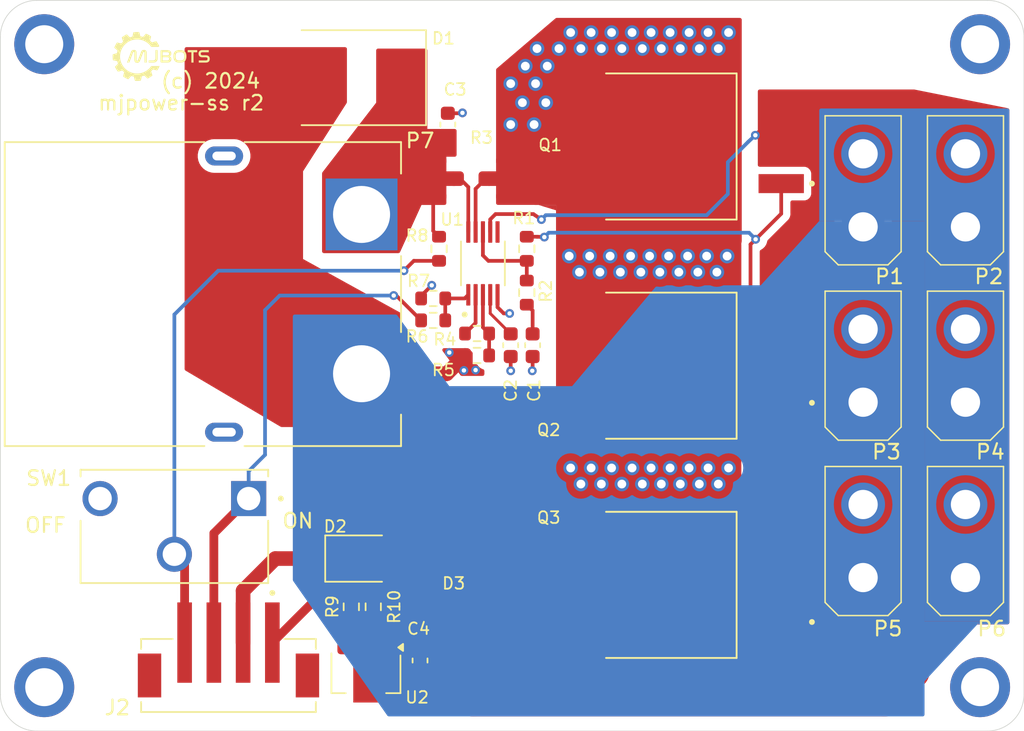
<source format=kicad_pcb>
(kicad_pcb (version 20221018) (generator pcbnew)
  (layers (0 "F.Cu" signal) (1 "In1.Cu" signal) (2 "In2.Cu" signal) (31 "B.Cu" signal) (34 "B.Paste" user) (35 "F.Paste" user) (36 "B.SilkS" user "B.Silkscreen") (37 "F.SilkS" user "F.Silkscreen") (38 "B.Mask" user) (39 "F.Mask" user) (44 "Edge.Cuts" user))
  (net 0 "")
  (net 1 "Net-(C1-Pad1)")
  (net 2 "GND")
  (net 3 "Net-(U1-TIMER)")
  (net 4 "Net-(D2-A)")
  (net 5 "/VSWITCHED")
  (net 6 "/SWITCH_LOW")
  (net 7 "/SWITCH_HIGH")
  (net 8 "Net-(U1-GATE)")
  (net 9 "Net-(U1-VREF)")
  (net 10 "Net-(U1-PROG)")
  (net 11 "Net-(U1-EN)")
  (net 12 "Net-(U2-VOUT)")
  (net 14 "/VIN")
  (net 15 "/GATE_DRIVE")
  (net 16 "/VDRAIN")
  (net 17 "/VCC")
  (net 18 "/SENSE")
  (net 19 "Net-(J2-Pin_1)")
  (footprint "Capacitor_SMD:C_0603_1608Metric" (layer "F.Cu") (at 134.9 73.6 -90)
    (fp_text reference "C2")
    (fp_text value "10nF")
  )
  (footprint "Resistor_SMD:R_0603_1608Metric" (layer "F.Cu") (at 129.6 71.9)
    (fp_text reference "R6")
    (fp_text value "499k 1%" hide)
  )
  (footprint "footprints:XT30UPB-F" (layer "F.Cu") (at 159 63 90)
    (fp_text reference "P1")
    (fp_text value "Conn_01x02_Pin" hide)
  )
  (footprint "footprints:TRANS_PSMN3R7-100BSEJ" (layer "F.Cu") (at 147 75 180)
    (fp_text reference "Q2")
    (fp_text value "PSMN3R7-100BSEJ" hide)
  )
  (footprint "footprints:WSL2512_SHUNT" (layer "F.Cu") (at 132.2 62.2 180)
    (fp_text reference "R3")
    (fp_text value "R_Shunt_US" hide)
  )
  (footprint "Resistor_SMD:R_0603_1608Metric" (layer "F.Cu") (at 125.5 91.5 -90)
    (fp_text reference "R10")
    (fp_text value "3.3k" hide)
  )
  (footprint "footprints:M2.5_MOUNT" (layer "F.Cu") (at 103 53)
    (fp_text reference "REF**" hide)
    (fp_text value "M2.5_MOUNT" hide)
  )
  (footprint "footprints:SW_G-107-0513" (layer "F.Cu") (at 111.9 86 180)
    (fp_text reference "SW1")
    (fp_text value "SW_SPDT" hide)
  )
  (footprint "Resistor_SMD:R_0603_1608Metric" (layer "F.Cu") (at 124 91.5 -90)
    (fp_text reference "R9")
    (fp_text value "1k" hide)
  )
  (footprint "footprints:M2.5_MOUNT" (layer "F.Cu") (at 103 97)
    (fp_text reference "REF**" hide)
    (fp_text value "M2.5_MOUNT" hide)
  )
  (footprint "footprints:TRANS_PSMN3R7-100BSEJ" (layer "F.Cu") (at 147 90 180)
    (fp_text reference "Q3")
    (fp_text value "PSMN3R7-100BSEJ" hide)
  )
  (footprint "LED_SMD:LED_1210_3225Metric" (layer "F.Cu") (at 124.5 88.2)
    (fp_text reference "D2")
    (fp_text value "LED" hide)
  )
  (footprint "footprints:JST_B4B-PH-SM4-TB" (layer "F.Cu") (at 115.6 96.2 180)
    (fp_text reference "J2")
    (fp_text value "Conn_01x04_Pin" hide)
  )
  (footprint "Capacitor_SMD:C_0603_1608Metric" (layer "F.Cu") (at 136.4 73.6 -90)
    (fp_text reference "C1")
    (fp_text value "27nF 100V" hide)
  )
  (footprint "footprints:AMASS_XT90PW-M" (layer "F.Cu") (at 115.3 70.1 -90)
    (fp_text reference "P7")
    (fp_text value "XT90PW-M" hide)
  )
  (footprint "footprints:M2.5_MOUNT" (layer "F.Cu") (at 167 53)
    (fp_text reference "REF**" hide)
    (fp_text value "M2.5_MOUNT" hide)
  )
  (footprint "Resistor_SMD:R_0603_1608Metric" (layer "F.Cu") (at 136 70 -90)
    (fp_text reference "R2")
    (fp_text value "1k")
  )
  (footprint "footprints:SOP50P490X110-10N" (layer "F.Cu") (at 133 68 90)
    (fp_text reference "U1")
    (fp_text value "TPS2490DGSR" hide)
  )
  (footprint "Capacitor_SMD:C_0603_1608Metric" (layer "F.Cu") (at 130.6 58.5 90)
    (fp_text reference "C3")
    (fp_text value "0.01uF 100V" hide)
  )
  (footprint "Resistor_SMD:R_0603_1608Metric" (layer "F.Cu") (at 132.6 74.3 180)
    (fp_text reference "R5")
    (fp_text value "6.8k 1%" hide)
  )
  (footprint "Resistor_SMD:R_0603_1608Metric" (layer "F.Cu") (at 136 67 -90)
    (fp_text reference "R1")
    (fp_text value "10" hide)
  )
  (footprint "footprints:TRANS_PSMN3R7-100BSEJ" (layer "F.Cu") (at 147 60 180)
    (fp_text reference "Q1")
    (fp_text value "PSMN3R7-100BSEJ" hide)
  )
  (footprint "footprints:XT30UPB-F" (layer "F.Cu") (at 159 87 90)
    (fp_text reference "P5")
    (fp_text value "Conn_01x02_Pin" hide)
  )
  (footprint "footprints:TO-277A" (layer "F.Cu") (at 133.5 94.2 180)
    (fp_text reference "D3")
    (fp_text value "D_Schottky" hide)
  )
  (footprint "Resistor_SMD:R_0603_1608Metric" (layer "F.Cu") (at 129.6 70.4 180)
    (fp_text reference "R7")
    (fp_text value "140k 1%" hide)
  )
  (footprint "footprints:M2.5_MOUNT" (layer "F.Cu") (at 167 97)
    (fp_text reference "REF**" hide)
    (fp_text value "M2.5_MOUNT" hide)
  )
  (footprint "Resistor_SMD:R_0603_1608Metric" (layer "F.Cu") (at 132.6 72.8)
    (fp_text reference "R4")
    (fp_text value "47k 1%" hide)
  )
  (footprint "footprints:XT30UPB-F" (layer "F.Cu") (at 166 87 90)
    (fp_text reference "P6")
    (fp_text value "Conn_01x02_Pin" hide)
  )
  (footprint "footprints:XT30UPB-F" (layer "F.Cu") (at 159 75 90)
    (fp_text reference "P3")
    (fp_text value "Conn_01x02_Pin" hide)
  )
  (footprint "Package_TO_SOT_SMD:SOT-89-3" (layer "F.Cu") (at 125 96.05 -90)
    (fp_text reference "U2")
    (fp_text value "ZXTR2005Z" hide)
  )
  (footprint "Diode_SMD:D_SMC" (layer "F.Cu") (at 124.2 55.29 180)
    (fp_text reference "D1")
    (fp_text value "SMC5K51A-M3/I" hide)
  )
  (footprint "footprints:XT30UPB-F" (layer "F.Cu") (at 166 75 90)
    (fp_text reference "P4")
    (fp_text value "Conn_01x02_Pin" hide)
  )
  (footprint "Resistor_SMD:R_0603_1608Metric" (layer "F.Cu") (at 130 67 -90)
    (fp_text reference "R8")
    (fp_text value "3.3k" hide)
  )
  (footprint "footprints:XT30UPB-F" (layer "F.Cu") (at 166 63 90)
    (fp_text reference "P2")
    (fp_text value "Conn_01x02_Pin" hide)
  )
  (footprint "Capacitor_SMD:C_0603_1608Metric" (layer "F.Cu") (at 128.7 95.175 90)
    (fp_text reference "C4")
    (fp_text value "0.01uF 100V" hide)
  )
  (gr_poly (pts (xy 112.344963 53.402423) (xy 112.351001 53.402497) (xy 112.357014 53.402621) (xy 112.36299 53.402795) (xy 112.383971 53.403976) (xy 112.404352 53.405884) (xy 112.42413 53.408518) (xy 112.443307 53.41188) (xy 112.461883 53.415969) (xy 112.479857 53.420787) (xy 112.49723 53.426334) (xy 112.514001 53.43261) (xy 112.53017 53.439617) (xy 112.545738 53.447354) (xy 112.560705 53.455823) (xy 112.57507 53.465024) (xy 112.588833 53.474957) (xy 112.601995 53.485623) (xy 112.614556 53.497023) (xy 112.626515 53.509158) (xy 112.638578 53.522932) (xy 112.649862 53.537566) (xy 112.660368 53.553059) (xy 112.670096 53.569412) (xy 112.679046 53.586626) (xy 112.687218 53.604701) (xy 112.694611 53.623636) (xy 112.701226 53.643434) (xy 112.707063 53.664093) (xy 112.712122 53.685615) (xy 112.716402 53.707999) (xy 112.719904 53.731246) (xy 112.722628 53.755357) (xy 112.724574 53.780332) (xy 112.725741 53.806171) (xy 112.72613 53.832875) (xy 112.725741 53.85943) (xy 112.724574 53.88512) (xy 112.722628 53.909946) (xy 112.719904 53.933907) (xy 112.716402 53.957004) (xy 112.712122 53.979236) (xy 112.707063 54.000605) (xy 112.701226 54.02111) (xy 112.694611 54.040751) (xy 112.687218 54.059529) (xy 112.679046 54.077444) (xy 112.670096 54.094497) (xy 112.660368 54.110686) (xy 112.649862 54.126013) (xy 112.638578 54.140477) (xy 112.626515 54.154079) (xy 112.614556 54.166002) (xy 112.601995 54.177215) (xy 112.588833 54.187715) (xy 112.57507 54.197502) (xy 112.560705 54.206575) (xy 112.545738 54.214934) (xy 112.53017 54.222576) (xy 112.514001 54.229502) (xy 112.497229 54.23571) (xy 112.479857 54.241199) (xy 112.461883 54.245969) (xy 112.443307 54.250018) (xy 112.42413 54.253345) (xy 112.404352 54.255949) (xy 112.383971 54.25783) (xy 112.36299 54.258987) (xy 112.357032 54.25916) (xy 112.35105 54.259284) (xy 112.345019 54.259359) (xy 112.338913 54.259383) (xy 112.222231 54.259383) (xy 112.199087 54.258971) (xy 112.176634 54.257734) (xy 112.154872 54.255673) (xy 112.1338 54.252788) (xy 112.11342 54.249078) (xy 112.09373 54.244545) (xy 112.07473 54.239188) (xy 112.05642 54.233008) (xy 112.0388 54.226004) (xy 112.02187 54.218178) (xy 112.005629 54.209529) (xy 111.990078 54.200057) (xy 111.975215 54.189763) (xy 111.961042 54.178646) (xy 111.947557 54.166707) (xy 111.934761 54.153947) (xy 111.922675 54.140345) (xy 111.91137 54.12588) (xy 111.900846 54.110553) (xy 111.891103 54.094364) (xy 111.88214 54.077312) (xy 111.873958 54.059397) (xy 111.866556 54.040619) (xy 111.859934 54.020977) (xy 111.854091 54.000472) (xy 111.849029 53.979104) (xy 111.844745 53.956871) (xy 111.841241 53.933774) (xy 111.838516 53.909813) (xy 111.83657 53.884988) (xy 111.835402 53.859298) (xy 111.835013 53.832743) (xy 111.835015 53.832611) (xy 111.9849 53.832611) (xy 111.985118 53.850693) (xy 111.985774 53.868131) (xy 111.986866 53.884925) (xy 111.988395 53.901074) (xy 111.990361 53.916578) (xy 111.992762 53.931439) (xy 111.9956 53.945657) (xy 111.998873 53.95923) (xy 112.002582 53.972161) (xy 112.006727 53.984448) (xy 112.011306 53.996092) (xy 112.016321 54.007093) (xy 112.021771 54.017452) (xy 112.027655 54.027168) (xy 112.033974 54.036242) (xy 112.040727 54.044674) (xy 112.04797 54.052508) (xy 112.055759 54.059836) (xy 112.064094 54.066659) (xy 112.072975 54.072976) (xy 112.082403 54.078788) (xy 112.092377 54.084095) (xy 112.102899 54.088896) (xy 112.113967 54.093192) (xy 112.125583 54.096983) (xy 112.137746 54.100268) (xy 112.150456 54.103047) (xy 112.163715 54.105322) (xy 112.177521 54.107091) (xy 112.191876 54.108354) (xy 112.206779 54.109112) (xy 112.222231 54.109365) (xy 112.338913 54.109365) (xy 112.345037 54.109315) (xy 112.3511 54.109166) (xy 112.357088 54.108918) (xy 112.36299 54.108571) (xy 112.375874 54.107644) (xy 112.388335 54.106302) (xy 112.400371 54.104544) (xy 112.411985 54.102372) (xy 112.423176 54.099785) (xy 112.433946 54.096783) (xy 112.444294 54.093367) (xy 112.454221 54.089538) (xy 112.463729 54.085294) (xy 112.472816 54.080636) (xy 112.481485 54.075565) (xy 112.489735 54.07008) (xy 112.497568 54.064183) (xy 112.504983 54.057872) (xy 112.511982 54.051149) (xy 112.518565 54.044013) (xy 112.518564 54.044013) (xy 112.525412 54.03553) (xy 112.531816 54.026402) (xy 112.537778 54.016631) (xy 112.543296 54.006216) (xy 112.548373 53.995159) (xy 112.553006 53.98346) (xy 112.557198 53.97112) (xy 112.560947 53.958139) (xy 112.564255 53.944517) (xy 112.567121 53.930256) (xy 112.569545 53.915356) (xy 112.571528 53.899817) (xy 112.57307 53.88364) (xy 112.574172 53.866826) (xy 112.574832 53.849375) (xy 112.575053 53.831288) (xy 112.574834 53.8132) (xy 112.574179 53.795749) (xy 112.573086 53.778932) (xy 112.571557 53.76275) (xy 112.569592 53.747204) (xy 112.56719 53.732291) (xy 112.564353 53.718014) (xy 112.561079 53.70437) (xy 112.55737 53.691361) (xy 112.553226 53.678986) (xy 112.548646 53.667244) (xy 112.543631 53.656136) (xy 112.538182 53.645661) (xy 112.532297 53.635819) (xy 112.525979 53.62661) (xy 112.519226 53.618034) (xy 112.512733 53.610825) (xy 112.505806 53.604032) (xy 112.498445 53.597655) (xy 112.490649 53.591695) (xy 112.482418 53.586152) (xy 112.473752 53.581027) (xy 112.464651 53.576319) (xy 112.455114 53.572029) (xy 112.445142 53.568158) (xy 112.434734 53.564706) (xy 112.423889 53.561673) (xy 112.412609 53.55906) (xy 112.400892 53.556868) (xy 112.388739 53.555095) (xy 112.376149 53.553744) (xy 112.363122 53.552814) (xy 112.35722 53.552466) (xy 112.351232 53.552218) (xy 112.345169 53.55207) (xy 112.339045 53.55202) (xy 112.222363 53.55202) (xy 112.207076 53.552279) (xy 112.192319 53.553055) (xy 112.178092 53.554348) (xy 112.164395 53.556158) (xy 112.151228 53.558484) (xy 112.138592 53.561326) (xy 112.126485 53.564684) (xy 112.114909 53.568556) (xy 112.103864 53.572944) (xy 112.093348 53.577845) (xy 112.083362 53.583261) (xy 112.073907 53.58919) (xy 112.064982 53.595632) (xy 112.056587 53.602587) (xy 112.048723 53.610054) (xy 112.041388 53.618034) (xy 112.034541 53.626616) (xy 112.028136 53.635843) (xy 112.022175 53.645715) (xy 112.016656 53.656231) (xy 112.01158 53.667391) (xy 112.006946 53.679195) (xy 112.002755 53.691643) (xy 111.999006 53.704734) (xy 111.995698 53.718469) (xy 111.992832 53.732847) (xy 111.990407 53.747868) (xy 111.988424 53.763532) (xy 111.986882 53.779838) (xy 111.985781 53.796787) (xy 111.98512 53.814378) (xy 111.9849 53.832611) (xy 111.835015 53.832611) (xy 111.835402 53.806038) (xy 111.83657 53.780194) (xy 111.838516 53.755214) (xy 111.841241 53.731095) (xy 111.844745 53.70784) (xy 111.849029 53.685447) (xy 111.854091 53.663918) (xy 111.859934 53.643252) (xy 111.866556 53.623449) (xy 111.873958 53.60451) (xy 111.88214 53.586435) (xy 111.891103 53.569224) (xy 111.900846 53.552878) (xy 111.91137 53.537395) (xy 111.922675 53.522778) (xy 111.934761 53.509025) (xy 111.947557 53.496099) (xy 111.961042 53.484009) (xy 111.975215 53.472756) (xy 111.990078 53.462339) (xy 112.005629 53.452757) (xy 112.02187 53.444011) (xy 112.0388 53.436099) (xy 112.05642 53.429022) (xy 112.07473 53.422779) (xy 112.09373 53.417369) (xy 112.11342 53.412793) (xy 112.1338 53.40905) (xy 112.154872 53.406139) (xy 112.176634 53.404061) (xy 112.199087 53.402814) (xy 112.222231 53.402398) (xy 112.338913 53.402398)) (fill solid) (layer "F.SilkS"))
  (gr_poly (pts (xy 111.420726 53.402665) (xy 111.438734 53.403465) (xy 111.456048 53.404798) (xy 111.472667 53.406664) (xy 111.488592 53.409064) (xy 111.496293 53.410464) (xy 111.503822 53.411997) (xy 111.511176 53.413664) (xy 111.518357 53.415464) (xy 111.525365 53.417397) (xy 111.532198 53.419464) (xy 111.538893 53.421674) (xy 111.545432 53.423991) (xy 111.551818 53.426414) (xy 111.558051 53.428943) (xy 111.564131 53.43158) (xy 111.570059 53.434323) (xy 111.575835 53.437175) (xy 111.58146 53.440134) (xy 111.586935 53.443202) (xy 111.59226 53.446379) (xy 111.597436 53.449666) (xy 111.602464 53.453062) (xy 111.607343 53.456568) (xy 111.612075 53.460184) (xy 111.61666 53.463911) (xy 111.621098 53.46775) (xy 111.625393 53.471714) (xy 111.629544 53.475768) (xy 111.633553 53.479913) (xy 111.637418 53.484148) (xy 111.64114 53.488474) (xy 111.644718 53.49289) (xy 111.648152 53.497398) (xy 111.651443 53.501997) (xy 111.654589 53.506688) (xy 111.657591 53.51147) (xy 111.660448 53.516344) (xy 111.663161 53.52131) (xy 111.665729 53.526368) (xy 111.668151 53.531519) (xy 111.670428 53.536762) (xy 111.67256 53.542098) (xy 111.674532 53.547516) (xy 111.676379 53.553006) (xy 111.678102 53.558566) (xy 111.679699 53.564197) (xy 111.681171 53.569899) (xy 111.682517 53.57567) (xy 111.683737 53.581513) (xy 111.68483 53.587425) (xy 111.685795 53.593406) (xy 111.686634 53.599458) (xy 111.687344 53.605578) (xy 111.687926 53.611768) (xy 111.688379 53.618027) (xy 111.688704 53.624355) (xy 111.688964 53.637216) (xy 111.688843 53.646454) (xy 111.68848 53.655466) (xy 111.687875 53.66425) (xy 111.687027 53.672808) (xy 111.685937 53.681139) (xy 111.684604 53.689243) (xy 111.683028 53.697119) (xy 111.681208 53.704767) (xy 111.679146 53.712188) (xy 111.676839 53.71938) (xy 111.674289 53.726344) (xy 111.671495 53.73308) (xy 111.668457 53.739587) (xy 111.665174 53.745865) (xy 111.661647 53.751914) (xy 111.657875 53.757733) (xy 111.653865 53.763355) (xy 111.649622 53.768809) (xy 111.645146 53.774095) (xy 111.640438 53.779214) (xy 111.635497 53.784166) (xy 111.630324 53.78895) (xy 111.624918 53.793567) (xy 111.619279 53.798016) (xy 111.613408 53.802298) (xy 111.607305 53.806413) (xy 111.600969 53.81036) (xy 111.5944 53.814139) (xy 111.587599 53.817751) (xy 111.580565 53.821196) (xy 111.573299 53.824474) (xy 111.565801 53.827583) (xy 111.573307 53.830845) (xy 111.580597 53.834281) (xy 111.58767 53.83789) (xy 111.594527 53.841672) (xy 111.601167 53.845629) (xy 111.607591 53.849759) (xy 111.6138 53.854062) (xy 111.619792 53.85854) (xy 111.625569 53.86319) (xy 111.631131 53.868015) (xy 111.636478 53.873013) (xy 111.64161 53.878185) (xy 111.646527 53.88353) (xy 111.65123 53.889049) (xy 111.655718 53.894742) (xy 111.659992 53.900608) (xy 111.664004 53.906668) (xy 111.667756 53.912942) (xy 111.671248 53.91943) (xy 111.67448 53.92613) (xy 111.677453 53.933044) (xy 111.680166 53.940171) (xy 111.682619 53.947511) (xy 111.684814 53.955063) (xy 111.686749 53.962827) (xy 111.688426 53.970804) (xy 111.689844 53.978993) (xy 111.691004 53.987394) (xy 111.691906 53.996006) (xy 111.69255 54.00483) (xy 111.692937 54.013864) (xy 111.693065 54.02311) (xy 111.693 54.029575) (xy 111.692805 54.035971) (xy 111.69248 54.042299) (xy 111.692025 54.048558) (xy 111.691441 54.054748) (xy 111.690728 54.060868) (xy 111.689886 54.06692) (xy 111.688915 54.072902) (xy 111.687815 54.078814) (xy 111.686586 54.084656) (xy 111.68523 54.090428) (xy 111.683745 54.096129) (xy 111.682132 54.10176) (xy 111.680392 54.10732) (xy 111.678524 54.11281) (xy 111.676529 54.118228) (xy 111.674397 54.123587) (xy 111.67212 54.128851) (xy 111.669697 54.134019) (xy 111.66713 54.139091) (xy 111.664417 54.144068) (xy 111.66156 54.148949) (xy 111.658558 54.153736) (xy 111.655412 54.158428) (xy 111.652121 54.163026) (xy 111.648687 54.167529) (xy 111.645108 54.171937) (xy 111.641387 54.176252) (xy 111.637521 54.180473) (xy 111.633513 54.184601) (xy 111.629361 54.188635) (xy 111.625067 54.192576) (xy 111.620627 54.196418) (xy 111.616038 54.200154) (xy 111.611301 54.203785) (xy 111.606414 54.20731) (xy 111.601379 54.21073) (xy 111.596194 54.214044) (xy 111.590861 54.217254) (xy 111.58538 54.220357) (xy 111.579749 54.223355) (xy 111.573969 54.226248) (xy 111.568041 54.229036) (xy 111.561964 54.231718) (xy 111.555738 54.234294) (xy 111.549363 54.236766) (xy 111.54284 54.239131) (xy 111.536167 54.241392) (xy 111.522326 54.245577) (xy 111.507791 54.249205) (xy 111.492561 54.252275) (xy 111.476636 54.254786) (xy 111.460017 54.25674) (xy 111.442703 54.258135) (xy 111.424695 54.258972) (xy 111.405992 54.259251) (xy 111.025124 54.259251) (xy 111.020765 54.259183) (xy 111.016544 54.258978) (xy 111.012459 54.258637) (xy 111.008512 54.25816) (xy 111.004703 54.257546) (xy 111.001031 54.256795) (xy 110.997496 54.255909) (xy 110.9941 54.254885) (xy 110.990841 54.253726) (xy 110.98772 54.25243) (xy 110.984737 54.250997) (xy 110.981892 54.249428) (xy 110.979185 54.247723) (xy 110.976616 54.245881) (xy 110.974186 54.243903) (xy 110.971894 54.241789) (xy 110.96974 54.239538) (xy 110.967724 54.23715) (xy 110.965847 54.234626) (xy 110.964109 54.231966) (xy 110.962509 54.229169) (xy 110.961048 54.226236) (xy 110.959726 54.223166) (xy 110.958543 54.21996) (xy 110.957498 54.216618) (xy 110.956593 54.213139) (xy 110.955827 54.209524) (xy 110.955199 54.205772) (xy 110.954712 54.201884) (xy 110.954363 54.197859) (xy 110.954154 54.193698) (xy 110.954084 54.189401) (xy 110.954084 54.096665) (xy 111.101324 54.096665) (xy 111.101341 54.097532) (xy 111.10139 54.09837) (xy 111.101471 54.099181) (xy 111.101585 54.099964) (xy 111.101731 54.100719) (xy 111.10191 54.101447) (xy 111.102121 54.102147) (xy 111.102364 54.102818) (xy 111.10264 54.103463) (xy 111.102948 54.104079) (xy 111.103289 54.104668) (xy 111.103662 54.105229) (xy 111.104067 54.105763) (xy 111.104504 54.106269) (xy 111.104974 54.106748) (xy 111.105475 54.107199) (xy 111.106009 54.107622) (xy 111.106575 54.108018) (xy 111.107173 54.108386) (xy 111.107804 54.108727) (xy 111.108466 54.109041) (xy 111.10916 54.109327) (xy 111.109887 54.109586) (xy 111.110645 54.109817) (xy 111.111435 54.110022) (xy 111.112258 54.110199) (xy 111.113998 54.11047) (xy 111.115866 54.110633) (xy 111.117861 54.110688) (xy 111.409829 54.110688) (xy 111.418244 54.110573) (xy 111.426373 54.110229) (xy 111.434217 54.109656) (xy 111.441775 54.108854) (xy 111.449047 54.107824) (xy 111.456033 54.106565) (xy 111.462732 54.105077) (xy 111.469145 54.103362) (xy 111.475271 54.101419) (xy 111.48111 54.099248) (xy 111.486661 54.096849) (xy 111.491926 54.094224) (xy 111.496903 54.091371) (xy 111.501592 54.088291) (xy 111.505993 54.084984) (xy 111.510106 54.081451) (xy 111.513928 54.077711) (xy 111.517504 54.073781) (xy 111.520836 54.069662) (xy 111.523922 54.065355) (xy 111.526764 54.06086) (xy 111.529361 54.056176) (xy 111.531713 54.051305) (xy 111.533819 54.046245) (xy 111.535681 54.040998) (xy 111.537298 54.035564) (xy 111.53867 54.029943) (xy 111.539797 54.024134) (xy 111.540679 54.018139) (xy 111.541316 54.011957) (xy 111.541709 54.005588) (xy 111.541856 53.999034) (xy 111.541727 53.992234) (xy 111.54134 53.98565) (xy 111.540695 53.979283) (xy 111.539791 53.973131) (xy 111.53863 53.967196) (xy 111.537211 53.961477) (xy 111.535533 53.955974) (xy 111.533598 53.950687) (xy 111.531405 53.945617) (xy 111.528954 53.940762) (xy 111.526245 53.936123) (xy 111.523278 53.931701) (xy 111.520053 53.927494) (xy 111.516571 53.923503) (xy 111.512831 53.919728) (xy 111.508833 53.91617) (xy 111.504577 53.912826) (xy 111.500063 53.909699) (xy 111.495292 53.906788) (xy 111.490263 53.904092) (xy 111.484977 53.901613) (xy 111.479433 53.899349) (xy 111.473631 53.8973) (xy 111.467572 53.895468) (xy 111.461255 53.893851) (xy 111.454681 53.89245) (xy 111.44076 53.890294) (xy 111.425809 53.889001) (xy 111.409829 53.88857) (xy 111.101722 53.88857) (xy 111.101324 53.898624) (xy 111.101324 54.096665) (xy 110.954084 54.096665) (xy 110.954084 53.758527) (xy 111.101324 53.758527) (xy 111.101421 53.759916) (xy 111.101506 53.761305) (xy 111.10154 53.762) (xy 111.101566 53.762694) (xy 111.101583 53.763389) (xy 111.101589 53.764083) (xy 111.405992 53.764083) (xy 111.414111 53.763983) (xy 111.421973 53.763682) (xy 111.429577 53.76318) (xy 111.436923 53.762477) (xy 111.444013 53.761574) (xy 111.450845 53.76047) (xy 111.457419 53.759165) (xy 111.463736 53.757659) (xy 111.469795 53.755952) (xy 111.475597 53.754045) (xy 111.481141 53.751937) (xy 111.486427 53.749628) (xy 111.491456 53.747119) (xy 111.496227 53.744409) (xy 111.500741 53.741498) (xy 111.504996 53.738386) (xy 111.508994 53.735073) (xy 111.512735 53.73156) (xy 111.516217 53.727846) (xy 111.519442 53.723931) (xy 111.522408 53.719815) (xy 111.525117 53.715499) (xy 111.527569 53.710982) (xy 111.529762 53.706264) (xy 111.531697 53.701345) (xy 111.533374 53.696225) (xy 111.534794 53.690905) (xy 111.535955 53.685384) (xy 111.536858 53.679663) (xy 111.537503 53.67374) (xy 111.53789 53.667617) (xy 111.53802 53.661293) (xy 111.537899 53.655022) (xy 111.537536 53.648909) (xy 111.53693 53.642955) (xy 111.536083 53.63716) (xy 111.534992 53.631523) (xy 111.533659 53.626046) (xy 111.532083 53.620728) (xy 111.530264 53.615569) (xy 111.528201 53.610571) (xy 111.525895 53.605731) (xy 111.523345 53.601053) (xy 111.520551 53.596534) (xy 111.517513 53.592176) (xy 111.51423 53.587978) (xy 111.510703 53.583941) (xy 111.506931 53.580066) (xy 111.502891 53.576365) (xy 111.498559 53.572903) (xy 111.493936 53.56968) (xy 111.489022 53.566696) (xy 111.483816 53.56395) (xy 111.478319 53.561444) (xy 111.47253 53.559176) (xy 111.46645 53.557146) (xy 111.460078 53.555356) (xy 111.453415 53.553804) (xy 111.44646 53.552491) (xy 111.439214 53.551416) (xy 111.431676 53.550581) (xy 111.423847 53.549984) (xy 111.415727 53.549626) (xy 111.407315 53.549506) (xy 111.117861 53.549506) (xy 111.116848 53.549521) (xy 111.115866 53.549567) (xy 111.114916 53.549642) (xy 111.113998 53.549748) (xy 111.113112 53.549884) (xy 111.112258 53.55005) (xy 111.111435 53.550246) (xy 111.110645 53.550472) (xy 111.109887 53.550728) (xy 111.10916 53.551014) (xy 111.108466 53.55133) (xy 111.107804 53.551676) (xy 111.107173 53.552052) (xy 111.106575 53.552458) (xy 111.106009 53.552894) (xy 111.105475 53.553359) (xy 111.104974 53.553855) (xy 111.104504 53.55438) (xy 111.104067 53.554935) (xy 111.103662 53.55552) (xy 111.103289 53.556135) (xy 111.102948 53.556779) (xy 111.10264 53.557453) (xy 111.102364 53.558157) (xy 111.102121 53.55889) (xy 111.10191 53.559653) (xy 111.101731 53.560446) (xy 111.101585 53.561268) (xy 111.101471 53.56212) (xy 111.10139 53.563001) (xy 111.101341 53.563912) (xy 111.101324 53.564852) (xy 111.101324 53.758527) (xy 110.954084 53.758527) (xy 110.954084 53.472116) (xy 110.954153 53.46783) (xy 110.954362 53.463681) (xy 110.954708 53.459667) (xy 110.955194 53.455788) (xy 110.955818 53.452046) (xy 110.956582 53.448439) (xy 110.957483 53.444968) (xy 110.958524 53.441633) (xy 110.959703 53.438433) (xy 110.961022 53.43537) (xy 110.962478 53.432443) (xy 110.964074 53.429651) (xy 110.965808 53.426995) (xy 110.967682 53.424475) (xy 110.969693 53.422092) (xy 110.971844 53.419844) (xy 110.974133 53.417732) (xy 110.976562 53.415757) (xy 110.979129 53.413917) (xy 110.981834 53.412214) (xy 110.984679 53.410646) (xy 110.987662 53.409215) (xy 110.990784 53.40792) (xy 110.994044 53.406762) (xy 110.997444 53.405739) (xy 111.000982 53.404853) (xy 111.004659 53.404103) (xy 111.008474 53.403489) (xy 111.012429 53.403012) (xy 111.016522 53.402671) (xy 111.025124 53.402398) (xy 111.402023 53.402398)) (fill solid) (layer "F.SilkS"))
  (gr_poly (pts (xy 110.754852 53.963315) (xy 110.754573 53.97932) (xy 110.753738 53.99499) (xy 110.752347 54.010326) (xy 110.750404 54.025327) (xy 110.747908 54.039992) (xy 110.746454 54.0472) (xy 110.744862 54.054323) (xy 110.743133 54.061363) (xy 110.741267 54.068319) (xy 110.739264 54.075192) (xy 110.737125 54.08198) (xy 110.734815 54.08867) (xy 110.73235 54.095245) (xy 110.729728 54.101705) (xy 110.726951 54.10805) (xy 110.724017 54.114281) (xy 110.720926 54.120397) (xy 110.717678 54.126398) (xy 110.714272 54.132284) (xy 110.710707 54.138056) (xy 110.706985 54.143713) (xy 110.703103 54.149256) (xy 110.699062 54.154683) (xy 110.694862 54.159996) (xy 110.690501 54.165194) (xy 110.68598 54.170277) (xy 110.681298 54.175246) (xy 110.676449 54.180091) (xy 110.671426 54.184802) (xy 110.666229 54.18938) (xy 110.660859 54.193825) (xy 110.655315 54.198136) (xy 110.649598 54.202314) (xy 110.643706 54.206359) (xy 110.637642 54.21027) (xy 110.631403 54.214048) (xy 110.624991 54.217693) (xy 110.618406 54.221205) (xy 110.611646 54.224583) (xy 110.604713 54.227827) (xy 110.597607 54.230939) (xy 110.590327 54.233917) (xy 110.582873 54.236762) (xy 110.576808 54.238933) (xy 110.570619 54.240983) (xy 110.564307 54.242915) (xy 110.55787 54.244732) (xy 110.551309 54.246438) (xy 110.544624 54.248035) (xy 110.537815 54.249527) (xy 110.530882 54.250917) (xy 110.520179 54.252827) (xy 110.509201 54.254487) (xy 110.497947 54.255896) (xy 110.486416 54.257052) (xy 110.474606 54.257954) (xy 110.462515 54.2586) (xy 110.450141 54.258989) (xy 110.437485 54.259119) (xy 110.146708 54.259119) (xy 110.146708 54.109233) (xy 110.428489 54.109233) (xy 110.440878 54.109058) (xy 110.452746 54.108534) (xy 110.464089 54.107656) (xy 110.469564 54.107083) (xy 110.474907 54.106421) (xy 110.480118 54.105669) (xy 110.485197 54.104827) (xy 110.490144 54.103894) (xy 110.494959 54.10287) (xy 110.499641 54.101755) (xy 110.504191 54.100547) (xy 110.508607 54.099248) (xy 110.512891 54.097855) (xy 110.517033 54.096408) (xy 110.521076 54.094892) (xy 110.525018 54.093309) (xy 110.528859 54.091658) (xy 110.532598 54.089942) (xy 110.536236 54.088158) (xy 110.539771 54.086309) (xy 110.543202 54.084395) (xy 110.54653 54.082415) (xy 110.549753 54.080371) (xy 110.552871 54.078262) (xy 110.555884 54.076089) (xy 110.55879 54.073853) (xy 110.561589 54.071554) (xy 110.564282 54.069191) (xy 110.566866 54.066767) (xy 110.569349 54.064282) (xy 110.57174 54.061737) (xy 110.574038 54.059134) (xy 110.576242 54.056471) (xy 110.578354 54.053748) (xy 110.580372 54.050965) (xy 110.582298 54.048123) (xy 110.58413 54.04522) (xy 110.585869 54.042256) (xy 110.587516 54.039232) (xy 110.589069 54.036147) (xy 110.59053 54.033001) (xy 110.591897 54.029794) (xy 110.593171 54.026526) (xy 110.594353 54.023195) (xy 110.595441 54.019803) (xy 110.595634 54.019252) (xy 110.595815 54.018689) (xy 110.595987 54.018117) (xy 110.596152 54.017538) (xy 110.596464 54.016362) (xy 110.596764 54.015173) (xy 110.598618 54.003664) (xy 110.600385 53.992154) (xy 110.602029 53.980645) (xy 110.603511 53.969136) (xy 110.603554 53.968248) (xy 110.603587 53.96737) (xy 110.603626 53.96563) (xy 110.603641 53.963889) (xy 110.603643 53.962124) (xy 110.603775 53.962124) (xy 110.603775 53.402266) (xy 110.754852 53.402266)) (fill solid) (layer "F.SilkS"))
  (gr_poly (pts (xy 109.136607 53.387252) (xy 109.147955 53.387853) (xy 109.158931 53.388853) (xy 109.169535 53.390254) (xy 109.179767 53.392056) (xy 109.189627 53.394259) (xy 109.199115 53.396863) (xy 109.20823 53.399868) (xy 109.216974 53.403275) (xy 109.225346 53.407084) (xy 109.233345 53.411294) (xy 109.240973 53.415906) (xy 109.248228 53.420921) (xy 109.255111 53.426339) (xy 109.261622 53.432159) (xy 109.267762 53.438382) (xy 109.273529 53.444933) (xy 109.278924 53.451739) (xy 109.283947 53.458798) (xy 109.288598 53.466111) (xy 109.292876 53.473678) (xy 109.296783 53.481498) (xy 109.300318 53.48957) (xy 109.30348 53.497896) (xy 109.306271 53.506475) (xy 109.308689 53.515306) (xy 109.310736 53.524389) (xy 109.31241 53.533725) (xy 109.313712 53.543312) (xy 109.314643 53.553151) (xy 109.315201 53.563242) (xy 109.315387 53.573584) (xy 109.315387 54.080128) (xy 109.315435 54.0828) (xy 109.315578 54.085406) (xy 109.315818 54.087946) (xy 109.316152 54.090422) (xy 109.31658 54.092833) (xy 109.317103 54.095179) (xy 109.317719 54.097459) (xy 109.318429 54.099674) (xy 109.319232 54.101825) (xy 109.320128 54.10391) (xy 109.321116 54.10593) (xy 109.322196 54.107885) (xy 109.323367 54.109775) (xy 109.324629 54.111599) (xy 109.325982 54.113359) (xy 109.327425 54.115053) (xy 109.328943 54.116664) (xy 109.330519 54.118172) (xy 109.332154 54.119578) (xy 109.333846 54.12088) (xy 109.335595 54.12208) (xy 109.337401 54.123176) (xy 109.339264 54.124169) (xy 109.341184 54.125058) (xy 109.343159 54.125843) (xy 109.345189 54.126524) (xy 109.347275 54.127101) (xy 109.349415 54.127574) (xy 109.351609 54.127941) (xy 109.353857 54.128204) (xy 109.356159 54.128362) (xy 109.358514 54.128415) (xy 109.362866 54.128277) (xy 109.364975 54.128104) (xy 109.36704 54.127862) (xy 109.369061 54.127551) (xy 109.371038 54.127171) (xy 109.37297 54.126722) (xy 109.374858 54.126203) (xy 109.376702 54.125615) (xy 109.378501 54.124957) (xy 109.380256 54.12423) (xy 109.381966 54.123434) (xy 109.383632 54.122568) (xy 109.385253 54.121632) (xy 109.38683 54.120626) (xy 109.388362 54.119551) (xy 109.38985 54.118406) (xy 109.391293 54.117192) (xy 109.392691 54.115907) (xy 109.394045 54.114553) (xy 109.395354 54.113128) (xy 109.396619 54.111634) (xy 109.397839 54.110069) (xy 109.399014 54.108435) (xy 109.400144 54.10673) (xy 109.401229 54.104955) (xy 109.40227 54.10311) (xy 109.403266 54.101194) (xy 109.405123 54.097152) (xy 109.4068 54.092828) (xy 109.614895 53.545802) (xy 109.618148 53.536721) (xy 109.621555 53.527881) (xy 109.625117 53.519284) (xy 109.628833 53.510929) (xy 109.632704 53.502817) (xy 109.636729 53.494947) (xy 109.640907 53.487321) (xy 109.645239 53.479938) (xy 109.649725 53.472798) (xy 109.654364 53.465902) (xy 109.659156 53.459249) (xy 109.664101 53.452841) (xy 109.669199 53.446676) (xy 109.674449 53.440756) (xy 109.679852 53.435081) (xy 109.685406 53.42965) (xy 109.691198 53.424508) (xy 109.697313 53.419697) (xy 109.70375 53.415219) (xy 109.710509 53.411072) (xy 109.717591 53.407256) (xy 109.724995 53.403773) (xy 109.732721 53.400621) (xy 109.740771 53.397801) (xy 109.749142 53.395313) (xy 109.757836 53.393156) (xy 109.766853 53.391332) (xy 109.776192 53.389839) (xy 109.785853 53.388678) (xy 109.795837 53.387848) (xy 109.806143 53.387351) (xy 109.816772 53.387185) (xy 109.828469 53.387385) (xy 109.839797 53.387985) (xy 109.850755 53.388985) (xy 109.861344 53.390386) (xy 109.871563 53.392188) (xy 109.881412 53.394391) (xy 109.890891 53.396995) (xy 109.9 53.4) (xy 109.908738 53.403407) (xy 109.917106 53.407216) (xy 109.925102 53.411426) (xy 109.932728 53.416039) (xy 109.939982 53.421053) (xy 109.946865 53.426471) (xy 109.953376 53.432291) (xy 109.959515 53.438514) (xy 109.965282 53.445065) (xy 109.970677 53.451871) (xy 109.9757 53.45893) (xy 109.980351 53.466243) (xy 109.98463 53.47381) (xy 109.988536 53.48163) (xy 109.992071 53.489703) (xy 109.995234 53.498028) (xy 109.998024 53.506607) (xy 110.000443 53.515438) (xy 110.002489 53.524521) (xy 110.004163 53.533857) (xy 110.005466 53.543444) (xy 110.006396 53.553283) (xy 110.006954 53.563374) (xy 110.00714 53.573716) (xy 110.00714 54.259384) (xy 109.856063 54.259384) (xy 109.856063 53.581521) (xy 109.856016 53.578684) (xy 109.855877 53.575927) (xy 109.855643 53.573248) (xy 109.855317 53.570648) (xy 109.854896 53.568126) (xy 109.854382 53.56568) (xy 109.853773 53.563311) (xy 109.85307 53.561016) (xy 109.852272 53.558796) (xy 109.85138 53.556649) (xy 109.850392 53.554576) (xy 109.84931 53.552574) (xy 109.848132 53.550644) (xy 109.846858 53.548784) (xy 109.845489 53.546994) (xy 109.844024 53.545273) (xy 109.842485 53.543663) (xy 109.840892 53.542154) (xy 109.839247 53.540749) (xy 109.837548 53.539446) (xy 109.835796 53.538247) (xy 109.83399 53.53715) (xy 109.83213 53.536158) (xy 109.830216 53.535269) (xy 109.828248 53.534483) (xy 109.826226 53.533802) (xy 109.824148 53.533225) (xy 109.822016 53.532753) (xy 109.819829 53.532385) (xy 109.817587 53.532122) (xy 109.815289 53.531964) (xy 109.812936 53.531912) (xy 109.810894 53.531952) (xy 109.808886 53.532073) (xy 109.806913 53.532274) (xy 109.804973 53.532555) (xy 109.803068 53.532915) (xy 109.801197 53.533356) (xy 109.79936 53.533876) (xy 109.797557 53.534475) (xy 109.795788 53.535153) (xy 109.794053 53.53591) (xy 109.792352 53.536746) (xy 109.790686 53.53766) (xy 109.789053 53.538653) (xy 109.787455 53.539723) (xy 109.785891 53.540872) (xy 109.784361 53.542098) (xy 109.782871 53.543388) (xy 109.781427 53.544728) (xy 109.78003 53.546117) (xy 109.778678 53.547555) (xy 109.777373 53.549044) (xy 109.776112 53.550582) (xy 109.774897 53.552169) (xy 109.773728 53.553806) (xy 109.772603 53.555493) (xy 109.771523 53.557229) (xy 109.770488 53.559015) (xy 109.769496 53.560851) (xy 109.76855 53.562736) (xy 109.767647 53.564671) (xy 109.766788 53.566655) (xy 109.765972 53.568689) (xy 109.557745 54.115715) (xy 109.554491 54.12482) (xy 109.551079 54.13368) (xy 109.547508 54.142295) (xy 109.54378 54.150665) (xy 109.539893 54.15879) (xy 109.535849 54.16667) (xy 109.531646 54.174305) (xy 109.527285 54.181695) (xy 109.522766 54.188841) (xy 109.518088 54.195741) (xy 109.513253 54.202396) (xy 109.50826 54.208807) (xy 109.503108 54.214972) (xy 109.497798 54.220893) (xy 109.49233 54.226568) (xy 109.486704 54.231999) (xy 109.480841 54.237141) (xy 109.474661 54.241952) (xy 109.468164 54.246431) (xy 109.46135 54.250578) (xy 109.454218 54.254393) (xy 109.446767 54.257877) (xy 109.438998 54.261028) (xy 109.43091 54.263848) (xy 109.422503 54.266337) (xy 109.413776 54.268493) (xy 109.404729 54.270318) (xy 109.395361 54.271811) (xy 109.385673 54.272972) (xy 109.375663 54.273801) (xy 109.365331 54.274299) (xy 109.354677 54.274465) (xy 109.342982 54.274263) (xy 109.331659 54.273659) (xy 109.32071 54.272652) (xy 109.310134 54.271242) (xy 109.299933 54.26943) (xy 109.290107 54.267216) (xy 109.280656 54.264601) (xy 109.271582 54.261583) (xy 109.262884 54.258164) (xy 109.254563 54.254343) (xy 109.246621 54.250122) (xy 109.239057 54.245499) (xy 109.231871 54.240476) (xy 109.225066 54.235052) (xy 109.218641 54.229228) (xy 109.212596 54.223003) (xy 109.206924 54.216449) (xy 109.201614 54.209633) (xy 109.196669 54.202556) (xy 109.192087 54.195218) (xy 109.187869 54.187618) (xy 109.184016 54.179755) (xy 109.180529 54.171629) (xy 109.177406 54.163241) (xy 109.17465 54.154588) (xy 109.17226 54.145672) (xy 109.170236 54.136492) (xy 109.16858 54.127046) (xy 109.167291 54.117336) (xy 109.16637 54.10736) (xy 109.165817 54.097119) (xy 109.165632 54.086611) (xy 109.165632 53.581389) (xy 109.165583 53.578552) (xy 109.165434 53.575794) (xy 109.165186 53.573116) (xy 109.164839 53.570516) (xy 109.164392 53.567994) (xy 109.163846 53.565548) (xy 109.163202 53.563178) (xy 109.162457 53.560884) (xy 109.161614 53.558664) (xy 109.160671 53.556517) (xy 109.15963 53.554443) (xy 109.158489 53.552442) (xy 109.157248 53.550512) (xy 109.155909 53.548652) (xy 109.15447 53.546862) (xy 109.152932 53.545141) (xy 109.15132 53.54353) (xy 109.149658 53.542022) (xy 109.147947 53.540617) (xy 109.146185 53.539314) (xy 109.144375 53.538114) (xy 109.142514 53.537018) (xy 109.140604 53.536026) (xy 109.138645 53.535136) (xy 109.136636 53.534351) (xy 109.134577 53.53367) (xy 109.132469 53.533093) (xy 109.130311 53.532621) (xy 109.128103 53.532253) (xy 109.125846 53.53199) (xy 109.123539 53.531832) (xy 109.121182 53.53178) (xy 109.118975 53.53182) (xy 109.116817 53.531941) (xy 109.114709 53.532141) (xy 109.112652 53.532422) (xy 109.110644 53.532783) (xy 109.108688 53.533224) (xy 109.106782 53.533744) (xy 109.104927 53.534343) (xy 109.103123 53.535021) (xy 109.101371 53.535778) (xy 109.09967 53.536614) (xy 109.098021 53.537528) (xy 109.096424 53.538521) (xy 109.094879 53.539591) (xy 109.093386 53.54074) (xy 109.091946 53.541966) (xy 109.090527 53.543256) (xy 109.089149 53.544595) (xy 109.087811 53.545984) (xy 109.086514 53.547423) (xy 109.085256 53.548911) (xy 109.084039 53.550449) (xy 109.082863 53.552037) (xy 109.081726 53.553674) (xy 109.08063 53.55536) (xy 109.079575 53.557097) (xy 109.078559 53.558883) (xy 109.077584 53.560718) (xy 109.076649 53.562603) (xy 109.075755 53.564538) (xy 109.0749 53.566523) (xy 109.074087 53.568557) (xy 108.817705 54.259119) (xy 108.657765 54.259119) (xy 108.923142 53.54567) (xy 108.926371 53.536588) (xy 108.929758 53.527749) (xy 108.933302 53.519152) (xy 108.937004 53.510797) (xy 108.940861 53.502684) (xy 108.944875 53.494815) (xy 108.949045 53.487189) (xy 108.95337 53.479805) (xy 108.957851 53.472666) (xy 108.962486 53.465769) (xy 108.967275 53.459117) (xy 108.972218 53.452708) (xy 108.977314 53.446544) (xy 108.982564 53.440624) (xy 108.987966 53.434949) (xy 108.993521 53.429518) (xy 108.999313 53.424376) (xy 109.005427 53.419565) (xy 109.011864 53.415086) (xy 109.018623 53.410939) (xy 109.025705 53.407124) (xy 109.033109 53.403641) (xy 109.040836 53.400489) (xy 109.048885 53.397669) (xy 109.057257 53.395181) (xy 109.065951 53.393024) (xy 109.074967 53.391199) (xy 109.084306 53.389707) (xy 109.093968 53.388545) (xy 109.103952 53.387716) (xy 109.114258 53.387218) (xy 109.124887 53.387052)) (fill solid) (layer "F.SilkS"))
  (gr_poly (pts (xy 109.394392 52.166036) (xy 109.445217 52.168219) (xy 109.49623 52.171954) (xy 109.579441 52.462069) (xy 109.60208 52.465889) (xy 109.61343 52.467855) (xy 109.624817 52.470007) (xy 109.641195 52.473379) (xy 109.657487 52.476946) (xy 109.673695 52.480701) (xy 109.689822 52.484641) (xy 109.705868 52.488761) (xy 109.721834 52.493056) (xy 109.737724 52.497522) (xy 109.753537 52.502153) (xy 109.955679 52.278448) (xy 110.002959 52.297526) (xy 110.049436 52.317933) (xy 110.095089 52.339649) (xy 110.139895 52.362652) (xy 110.183833 52.38692) (xy 110.226881 52.412431) (xy 110.269017 52.439164) (xy 110.31022 52.467096) (xy 110.237328 52.759725) (xy 110.254555 52.774143) (xy 110.271515 52.788819) (xy 110.28821 52.803753) (xy 110.304647 52.818942) (xy 110.32083 52.834386) (xy 110.336763 52.850083) (xy 110.352451 52.86603) (xy 110.367899 52.882228) (xy 110.654972 52.789491) (xy 110.685925 52.82923) (xy 110.715667 52.869846) (xy 110.744178 52.911311) (xy 110.771439 52.953599) (xy 110.797427 52.99668) (xy 110.822125 53.040527) (xy 110.845511 53.085112) (xy 110.867565 53.130407) (xy 110.814119 53.185705) (xy 110.317099 53.185705) (xy 110.284939 53.140489) (xy 110.250655 53.096824) (xy 110.214305 53.054794) (xy 110.175944 53.014484) (xy 110.135631 52.975977) (xy 110.09342 52.939359) (xy 110.049369 52.904713) (xy 110.003535 52.872124) (xy 109.955974 52.841675) (xy 109.906742 52.813452) (xy 109.855896 52.787538) (xy 109.803494 52.764019) (xy 109.74959 52.742977) (xy 109.694242 52.724498) (xy 109.637507 52.708665) (xy 109.579441 52.695564) (xy 109.52031 52.685329) (xy 109.461368 52.678174) (xy 109.4027 52.674041) (xy 109.344394 52.672875) (xy 109.286534 52.674616) (xy 109.229207 52.679208) (xy 109.1725 52.686593) (xy 109.116499 52.696713) (xy 109.061289 52.709512) (xy 109.006958 52.724931) (xy 108.95359 52.742913) (xy 108.901273 52.763402) (xy 108.850093 52.786338) (xy 108.800135 52.811665) (xy 108.751486 52.839326) (xy 108.704233 52.869263) (xy 108.65846 52.901418) (xy 108.614255 52.935734) (xy 108.571704 52.972154) (xy 108.530893 53.01062) (xy 108.491907 53.051074) (xy 108.454834 53.09346) (xy 108.41976 53.137719) (xy 108.38677 53.183795) (xy 108.355951 53.231629) (xy 108.327388 53.281165) (xy 108.301169 53.332344) (xy 108.27738 53.38511) (xy 108.256105 53.439405) (xy 108.237433 53.495172) (xy 108.221448 53.552353) (xy 108.208238 53.61089) (xy 108.198003 53.670021) (xy 108.190848 53.728963) (xy 108.186716 53.787631) (xy 108.185549 53.845938) (xy 108.187291 53.903797) (xy 108.191883 53.961124) (xy 108.199268 54.017831) (xy 108.209389 54.073832) (xy 108.222189 54.129042) (xy 108.237609 54.183373) (xy 108.255593 54.236741) (xy 108.276083 54.289058) (xy 108.299021 54.340238) (xy 108.324351 54.390196) (xy 108.352014 54.438845) (xy 108.381953 54.486098) (xy 108.414112 54.531871) (xy 108.448432 54.576076) (xy 108.484856 54.618627) (xy 108.523326 54.659438) (xy 108.563785 54.698423) (xy 108.606177 54.735496) (xy 108.650442 54.770571) (xy 108.696524 54.803561) (xy 108.744366 54.83438) (xy 108.79391 54.862943) (xy 108.845098 54.889162) (xy 108.897873 54.912951) (xy 108.952178 54.934225) (xy 109.007955 54.952898) (xy 109.065147 54.968882) (xy 109.123696 54.982093) (xy 109.168124 54.990091) (xy 109.212456 54.996342) (xy 109.256658 55.000869) (xy 109.300691 55.003698) (xy 109.344521 55.004852) (xy 109.38811 55.004357) (xy 109.431422 55.002236) (xy 109.47442 54.998514) (xy 109.517068 54.993215) (xy 109.559329 54.986364) (xy 109.601167 54.977985) (xy 109.642546 54.968103) (xy 109.683428 54.956742) (xy 109.723778 54.943926) (xy 109.763558 54.92968) (xy 109.802733 54.914029) (xy 109.841265 54.896996) (xy 109.879119 54.878606) (xy 109.916257 54.858884) (xy 109.952644 54.837854) (xy 109.988243 54.81554) (xy 110.023017 54.791966) (xy 110.056929 54.767159) (xy 110.089944 54.74114) (xy 110.122025 54.713936) (xy 110.153135 54.68557) (xy 110.183237 54.656067) (xy 110.212296 54.625451) (xy 110.240275 54.593747) (xy 110.267137 54.560979) (xy 110.292845 54.527172) (xy 110.317364 54.492349) (xy 110.892171 54.492349) (xy 110.874451 54.532778) (xy 110.855731 54.572594) (xy 110.836028 54.611781) (xy 110.815359 54.650322) (xy 110.793742 54.688199) (xy 110.771192 54.725395) (xy 110.747728 54.761894) (xy 110.723367 54.797678) (xy 110.43087 54.724653) (xy 110.416447 54.741843) (xy 110.401757 54.758784) (xy 110.386808 54.775478) (xy 110.371603 54.791923) (xy 110.356151 54.808121) (xy 110.340457 54.82407) (xy 110.324527 54.839772) (xy 110.308368 54.855225) (xy 110.401104 55.142298) (xy 110.361409 55.173245) (xy 110.320826 55.202972) (xy 110.279384 55.231462) (xy 110.237112 55.258698) (xy 110.194041 55.284663) (xy 110.150199 55.309339) (xy 110.105616 55.33271) (xy 110.060321 55.354758) (xy 109.843363 55.145473) (xy 109.82241 55.153182) (xy 109.801323 55.160538) (xy 109.780106 55.167546) (xy 109.758762 55.174213) (xy 109.737294 55.180546) (xy 109.715705 55.186549) (xy 109.693999 55.192231) (xy 109.672177 55.197596) (xy 109.60881 55.493003) (xy 109.559626 55.49986) (xy 109.510116 55.505242) (xy 109.460303 55.50914) (xy 109.410207 55.511541) (xy 109.359851 55.512435) (xy 109.309256 55.511811) (xy 109.258444 55.509659) (xy 109.207437 55.505968) (xy 109.124226 55.215588) (xy 109.101538 55.211999) (xy 109.090181 55.210062) (xy 109.084511 55.20902) (xy 109.078849 55.207914) (xy 109.062466 55.204536) (xy 109.046159 55.200955) (xy 109.029929 55.197178) (xy 109.013779 55.193214) (xy 108.997708 55.189069) (xy 108.981721 55.184753) (xy 108.965816 55.180272) (xy 108.949997 55.175635) (xy 108.747856 55.399473) (xy 108.700575 55.380352) (xy 108.654098 55.359911) (xy 108.608446 55.338172) (xy 108.56364 55.315153) (xy 108.519702 55.290876) (xy 108.476654 55.26536) (xy 108.434517 55.238626) (xy 108.393314 55.210693) (xy 108.466339 54.918063) (xy 108.449074 54.903641) (xy 108.432096 54.888951) (xy 108.415398 54.874001) (xy 108.39897 54.858797) (xy 108.382802 54.843345) (xy 108.366885 54.82765) (xy 108.35121 54.811721) (xy 108.335767 54.795562) (xy 108.048562 54.888298) (xy 108.017609 54.848641) (xy 107.987867 54.808073) (xy 107.959356 54.766629) (xy 107.932096 54.724339) (xy 107.906107 54.681237) (xy 107.88141 54.637355) (xy 107.858024 54.592726) (xy 107.835969 54.547382) (xy 108.045519 54.330424) (xy 108.037799 54.309476) (xy 108.030415 54.288403) (xy 108.02337 54.267202) (xy 108.016663 54.245873) (xy 108.010298 54.224414) (xy 108.004275 54.202822) (xy 107.998597 54.181098) (xy 107.993264 54.159239) (xy 107.697857 54.096003) (xy 107.690962 54.046814) (xy 107.68556 53.997291) (xy 107.681656 53.947461) (xy 107.679253 53.897351) (xy 107.678358 53.846986) (xy 107.678974 53.796394) (xy 107.681107 53.7456) (xy 107.68476 53.69463) (xy 107.975008 53.611419) (xy 107.978778 53.588731) (xy 107.980775 53.577375) (xy 107.982945 53.566043) (xy 107.986362 53.549584) (xy 107.989961 53.533241) (xy 107.99374 53.517006) (xy 107.997696 53.500873) (xy 108.001825 53.484832) (xy 108.006125 53.468877) (xy 108.010593 53.452999) (xy 108.015225 53.437191) (xy 107.791387 53.235049) (xy 107.81047 53.187644) (xy 107.830891 53.141085) (xy 107.852623 53.095388) (xy 107.87564 53.050569) (xy 107.899917 53.006642) (xy 107.925425 52.963624) (xy 107.95214 52.92153) (xy 107.980035 52.880375) (xy 108.272664 52.953268) (xy 108.287049 52.936079) (xy 108.301721 52.919139) (xy 108.316668 52.90245) (xy 108.331881 52.886014) (xy 108.347348 52.869833) (xy 108.363059 52.853907) (xy 108.379002 52.838238) (xy 108.395166 52.822828) (xy 108.302298 52.535623) (xy 108.341998 52.504714) (xy 108.382597 52.475005) (xy 108.42406 52.446517) (xy 108.466356 52.419273) (xy 108.509452 52.393294) (xy 108.553315 52.368601) (xy 108.597913 52.345217) (xy 108.643213 52.323163) (xy 108.860172 52.532713) (xy 108.88113 52.524949) (xy 108.90223 52.517534) (xy 108.923463 52.51047) (xy 108.944822 52.503758) (xy 108.966298 52.497399) (xy 108.987885 52.491394) (xy 109.009574 52.485747) (xy 109.031357 52.480458) (xy 109.094857 52.184918) (xy 109.144003 52.178018) (xy 109.193495 52.172605) (xy 109.243306 52.168689) (xy 109.29341 52.166282) (xy 109.343781 52.165393)) (fill solid) (layer "F.SilkS"))
  (gr_poly (pts (xy 113.461143 53.552152) (xy 113.210979 53.552152) (xy 113.210979 54.259251) (xy 113.060034 54.259251) (xy 113.060034 53.552152) (xy 112.809872 53.552152) (xy 112.809872 53.402398) (xy 113.461143 53.402398)) (fill solid) (layer "F.SilkS"))
  (gr_poly (pts (xy 114.254496 53.552153) (xy 113.815288 53.552153) (xy 113.808118 53.552264) (xy 113.801193 53.552599) (xy 113.794514 53.553157) (xy 113.788081 53.553938) (xy 113.781895 53.554943) (xy 113.775955 53.556171) (xy 113.770263 53.557622) (xy 113.764818 53.559296) (xy 113.759622 53.561194) (xy 113.754674 53.563315) (xy 113.749974 53.565659) (xy 113.745524 53.568226) (xy 113.741324 53.571016) (xy 113.737373 53.57403) (xy 113.733673 53.577267) (xy 113.730224 53.580727) (xy 113.727004 53.584361) (xy 113.723992 53.588119) (xy 113.721187 53.592001) (xy 113.718591 53.596007) (xy 113.716201 53.600137) (xy 113.71402 53.604391) (xy 113.712047 53.608769) (xy 113.710281 53.613271) (xy 113.708723 53.617897) (xy 113.707373 53.622647) (xy 113.70623 53.627521) (xy 113.705295 53.63252) (xy 113.704568 53.637642) (xy 113.704049 53.642888) (xy 113.703737 53.648258) (xy 113.703633 53.653752) (xy 113.70372 53.658503) (xy 113.703982 53.66323) (xy 113.704421 53.667935) (xy 113.705039 53.672621) (xy 113.705836 53.677287) (xy 113.706814 53.681937) (xy 113.707976 53.686571) (xy 113.709322 53.691191) (xy 113.710075 53.693484) (xy 113.710897 53.695748) (xy 113.711787 53.697984) (xy 113.712745 53.700191) (xy 113.713771 53.702368) (xy 113.714866 53.704516) (xy 113.716028 53.706633) (xy 113.717259 53.70872) (xy 113.718558 53.710775) (xy 113.719926 53.7128) (xy 113.721361 53.714792) (xy 113.722865 53.716752) (xy 113.724437 53.71868) (xy 113.726077 53.720575) (xy 113.727786 53.722436) (xy 113.729562 53.724264) (xy 113.731435 53.726073) (xy 113.733382 53.72783) (xy 113.735403 53.729535) (xy 113.737498 53.731188) (xy 113.739666 53.732791) (xy 113.741908 53.734342) (xy 113.744223 53.735843) (xy 113.746611 53.737295) (xy 113.749072 53.738696) (xy 113.751606 53.740048) (xy 113.754212 53.741352) (xy 113.756891 53.742607) (xy 113.759641 53.743814) (xy 113.762464 53.744973) (xy 113.765358 53.746085) (xy 113.768324 53.74715) (xy 113.774549 53.74906) (xy 113.78122 53.75072) (xy 113.788334 53.752129) (xy 113.79589 53.753285) (xy 113.803886 53.754187) (xy 113.812321 53.754833) (xy 113.821193 53.755222) (xy 113.830501 53.755352) (xy 114.031055 53.755352) (xy 114.041893 53.755439) (xy 114.052481 53.7557) (xy 114.062817 53.756134) (xy 114.072903 53.756741) (xy 114.082738 53.757523) (xy 114.092324 53.758478) (xy 114.101659 53.759606) (xy 114.110744 53.760909) (xy 114.11958 53.762384) (xy 114.128167 53.764034) (xy 114.136504 53.765857) (xy 114.144592 53.767854) (xy 114.152432 53.770024) (xy 114.160023 53.772368) (xy 114.167365 53.774886) (xy 114.174459 53.777577) (xy 114.181339 53.780407) (xy 114.188039 53.783338) (xy 114.194559 53.786373) (xy 114.200897 53.78951) (xy 114.207054 53.792751) (xy 114.213029 53.796095) (xy 114.218822 53.799542) (xy 114.224433 53.803093) (xy 114.22986 53.806748) (xy 114.235104 53.810507) (xy 114.240165 53.81437) (xy 114.245041 53.818338) (xy 114.249733 53.82241) (xy 114.25424 53.826587) (xy 114.258562 53.830869) (xy 114.262698 53.835256) (xy 114.266662 53.839735) (xy 114.270468 53.844292) (xy 114.274116 53.848927) (xy 114.277605 53.853641) (xy 114.280937 53.858434) (xy 114.28411 53.863306) (xy 114.287126 53.868258) (xy 114.289983 53.87329) (xy 114.292682 53.878403) (xy 114.295223 53.883597) (xy 114.297606 53.888872) (xy 114.299831 53.89423) (xy 114.301897 53.899669) (xy 114.303806 53.905191) (xy 114.305556 53.910795) (xy 114.307148 53.916483) (xy 114.307148 53.916484) (xy 114.307149 53.916484) (xy 114.30715 53.916484) (xy 114.309984 53.927895) (xy 114.312436 53.939308) (xy 114.314506 53.950728) (xy 114.316196 53.962158) (xy 114.317507 53.973599) (xy 114.318442 53.985056) (xy 114.319002 53.996532) (xy 114.319189 54.00803) (xy 114.318947 54.02153) (xy 114.318225 54.034748) (xy 114.317026 54.047688) (xy 114.315352 54.060351) (xy 114.313207 54.072742) (xy 114.311958 54.078835) (xy 114.310593 54.084862) (xy 114.309112 54.090822) (xy 114.307515 54.096716) (xy 114.305802 54.102544) (xy 114.303974 54.108307) (xy 114.301995 54.113965) (xy 114.299876 54.119531) (xy 114.297617 54.125003) (xy 114.29522 54.130383) (xy 114.292684 54.13567) (xy 114.29001 54.140863) (xy 114.287197 54.145963) (xy 114.284246 54.150971) (xy 114.281157 54.155885) (xy 114.27793 54.160707) (xy 114.274566 54.165435) (xy 114.271064 54.170071) (xy 114.267425 54.174613) (xy 114.26365 54.179062) (xy 114.259737 54.183419) (xy 114.255688 54.187682) (xy 114.251497 54.191818) (xy 114.247161 54.195842) (xy 114.24268 54.199755) (xy 114.238053 54.203555) (xy 114.233282 54.207242) (xy 114.228366 54.210818) (xy 114.223305 54.21428) (xy 114.2181 54.217629) (xy 114.212751 54.220865) (xy 114.207258 54.223988) (xy 114.201621 54.226998) (xy 114.19584 54.229893) (xy 114.189916 54.232675) (xy 114.183849 54.235342) (xy 114.177638 54.237895) (xy 114.171285 54.240334) (xy 114.164774 54.242641) (xy 114.158089 54.244799) (xy 114.151231 54.246808) (xy 114.144199 54.248668) (xy 114.136993 54.25038) (xy 114.129613 54.251942) (xy 114.114334 54.254621) (xy 114.09836 54.256705) (xy 114.081691 54.258193) (xy 114.064328 54.259086) (xy 114.04627 54.259384) (xy 113.568962 54.259384) (xy 113.568962 54.109497) (xy 114.051297 54.109497) (xy 114.058808 54.10938) (xy 114.066062 54.109027) (xy 114.07306 54.108439) (xy 114.079802 54.107616) (xy 114.086287 54.10656) (xy 114.092517 54.10527) (xy 114.098493 54.103746) (xy 114.104213 54.10199) (xy 114.10968 54.100001) (xy 114.114892 54.09778) (xy 114.119851 54.095327) (xy 114.124557 54.092643) (xy 114.129011 54.089727) (xy 114.133212 54.086582) (xy 114.137161 54.083205) (xy 114.140858 54.079599) (xy 114.144319 54.075812) (xy 114.147556 54.071891) (xy 114.150569 54.067837) (xy 114.15336 54.063648) (xy 114.155927 54.059325) (xy 114.158271 54.054868) (xy 114.160392 54.050277) (xy 114.16229 54.045551) (xy 114.163964 54.04069) (xy 114.165415 54.035694) (xy 114.166643 54.030563) (xy 114.167648 54.025296) (xy 114.168429 54.019893) (xy 114.168987 54.014355) (xy 114.169322 54.008681) (xy 114.169434 54.00287) (xy 114.169334 53.997773) (xy 114.169037 53.9927) (xy 114.16854 53.987653) (xy 114.167846 53.98263) (xy 114.166953 53.977632) (xy 114.165861 53.972658) (xy 114.164571 53.96771) (xy 114.163083 53.962786) (xy 114.162254 53.96035) (xy 114.161353 53.957955) (xy 114.160383 53.9556) (xy 114.159342 53.953284) (xy 114.158231 53.951008) (xy 114.157051 53.948771) (xy 114.155802 53.946573) (xy 114.154484 53.944414) (xy 114.153098 53.942294) (xy 114.151645 53.940212) (xy 114.150123 53.938169) (xy 114.148535 53.936164) (xy 114.14688 53.934197) (xy 114.145159 53.932268) (xy 114.143372 53.930377) (xy 114.141519 53.928522) (xy 114.139567 53.926733) (xy 114.137532 53.924988) (xy 114.135413 53.923286) (xy 114.13321 53.921627) (xy 114.130923 53.920011) (xy 114.128553 53.918439) (xy 114.126099 53.916911) (xy 114.123561 53.915426) (xy 114.12094 53.913984) (xy 114.118234 53.912585) (xy 114.115445 53.91123) (xy 114.112573 53.909919) (xy 114.109616 53.908651) (xy 114.106576 53.907426) (xy 114.103452 53.906245) (xy 114.100245 53.905107) (xy 114.096943 53.904026) (xy 114.093535 53.903017) (xy 114.086406 53.90121) (xy 114.078858 53.899686) (xy 114.070893 53.898443) (xy 114.062512 53.897478) (xy 114.053717 53.896791) (xy 114.04451 53.89638) (xy 114.034892 53.896243) (xy 113.835529 53.896243) (xy 113.824863 53.89616) (xy 113.814445 53.895908) (xy 113.804275 53.895489) (xy 113.794353 53.894902) (xy 113.784679 53.894146) (xy 113.775253 53.893223) (xy 113.766076 53.89213) (xy 113.757146 53.890869) (xy 113.748464 53.889439) (xy 113.740031 53.887839) (xy 113.731845 53.886071) (xy 113.723908 53.884132) (xy 113.716218 53.882024) (xy 113.708777 53.879746) (xy 113.701584 53.877298) (xy 113.694638 53.87468) (xy 113.687909 53.871922) (xy 113.681362 53.869055) (xy 113.674998 53.86608) (xy 113.668817 53.862997) (xy 113.662819 53.859805) (xy 113.657003 53.856504) (xy 113.651371 53.853095) (xy 113.645922 53.849577) (xy 113.640655 53.845951) (xy 113.635572 53.842216) (xy 113.630671 53.838373) (xy 113.625954 53.834422) (xy 113.621419 53.830361) (xy 113.617068 53.826193) (xy 113.612899 53.821915) (xy 113.608913 53.81753) (xy 113.605116 53.813054) (xy 113.601466 53.808507) (xy 113.597961 53.803889) (xy 113.594603 53.799201) (xy 113.591391 53.794442) (xy 113.588326 53.789613) (xy 113.585408 53.784713) (xy 113.582637 53.779744) (xy 113.580013 53.774705) (xy 113.577536 53.769596) (xy 113.575208 53.764418) (xy 113.573027 53.75917) (xy 113.570994 53.753854) (xy 113.56911 53.748469) (xy 113.567373 53.743015) (xy 113.565786 53.737493) (xy 113.562952 53.726381) (xy 113.5605 53.715268) (xy 113.558431 53.704156) (xy 113.556741 53.693043) (xy 113.555429 53.681931) (xy 113.554494 53.670818) (xy 113.553934 53.659706) (xy 113.553748 53.648593) (xy 113.553982 53.635378) (xy 113.554684 53.622424) (xy 113.555847 53.60973) (xy 113.557468 53.597297) (xy 113.559541 53.585124) (xy 113.562063 53.573212) (xy 113.565028 53.56156) (xy 113.568431 53.550168) (xy 113.570335 53.544585) (xy 113.572376 53.539099) (xy 113.574553 53.533707) (xy 113.576867 53.52841) (xy 113.579319 53.523208) (xy 113.581907 53.5181) (xy 113.584634 53.513086) (xy 113.587498 53.508165) (xy 113.5905 53.503338) (xy 113.59364 53.498603) (xy 113.596919 53.49396) (xy 113.600336 53.489409) (xy 113.603892 53.484949) (xy 113.607587 53.480581) (xy 113.611422 53.476303) (xy 113.615395 53.472116) (xy 113.619533 53.468056) (xy 113.623811 53.46411) (xy 113.628229 53.460279) (xy 113.632787 53.456561) (xy 113.637487 53.452958) (xy 113.642328 53.449469) (xy 113.647311 53.446093) (xy 113.652437 53.44283) (xy 113.657705 53.43968) (xy 113.663116 53.436644) (xy 113.66867 53.43372) (xy 113.674368 53.430909) (xy 113.680211 53.428211) (xy 113.686197 53.425624) (xy 113.692329 53.42315) (xy 113.698606 53.420787) (xy 113.705036 53.418575) (xy 113.711623 53.416502) (xy 113.718368 53.41457) (xy 113.725271 53.412779) (xy 113.739553 53.40962) (xy 113.754467 53.407029) (xy 113.770013 53.405007) (xy 113.786192 53.40356) (xy 113.803003 53.402689) (xy 113.820447 53.402398) (xy 114.254496 53.402398)) (fill solid) (layer "F.SilkS"))
  (gr_arc (start 100 52.5) (mid 100.732233 50.732233) (end 102.5 50) (stroke (width 0.05)) (layer "Edge.Cuts"))
  (gr_line (start 170 52.5) (end 170 97.5) (stroke (width 0.05)) (layer "Edge.Cuts"))
  (gr_arc (start 102.5 100) (mid 100.732233 99.267767) (end 100 97.5) (stroke (width 0.05)) (layer "Edge.Cuts"))
  (gr_line (start 167.5 100) (end 102.5 100) (stroke (width 0.05)) (layer "Edge.Cuts"))
  (gr_line (start 100 97.5) (end 100 52.5) (stroke (width 0.05)) (layer "Edge.Cuts"))
  (gr_line (start 102.5 50) (end 167.5 50) (stroke (width 0.05)) (layer "Edge.Cuts"))
  (gr_arc (start 167.5 50) (mid 169.267767 50.732233) (end 170 52.5) (stroke (width 0.05)) (layer "Edge.Cuts"))
  (gr_arc (start 170 97.5) (mid 169.267767 99.267767) (end 167.5 100) (stroke (width 0.05)) (layer "Edge.Cuts"))
  (gr_text "mjpower-ss r2" (at 106.6 57.6) (layer "F.SilkS") (effects (font (size 1 1)) (justify left bottom)))
  (gr_text "(c) 2024" (at 110.9 56.1) (layer "F.SilkS") (effects (font (size 1 1)) (justify left bottom)))
  (gr_text "ON" (at 119.2 86.2) (layer "F.SilkS") (effects (font (size 1 1)) (justify left bottom)))
  (gr_text "OFF" (at 101.6 86.5) (layer "F.SilkS") (effects (font (size 1 1)) (justify left bottom)))
  (segment (start 136.4 71.225) (end 136 70.825) (width 0.254) (layer "F.Cu") (net 1))
  (segment (start 136.4 72.825) (end 136.4 71.225) (width 0.254) (layer "F.Cu") (net 1))
  (segment (start 131.575 57.725) (end 131.6 57.7) (width 0.254) (layer "F.Cu") (net 2))
  (segment (start 129.35 91.52) (end 132.39 91.52) (width 1) (layer "F.Cu") (net 2))
  (segment (start 128.775 70.225) (end 129.5 69.5) (width 0.254) (layer "F.Cu") (net 2))
  (segment (start 130.6 57.725) (end 131.575 57.725) (width 0.254) (layer "F.Cu") (net 2))
  (segment (start 124.7 75.55) (end 130.525 75.55) (width 1) (layer "F.Cu") (net 2))
  (segment (start 116.6 93.95) (end 116.6 90.4) (width 1) (layer "F.Cu") (net 2))
  (segment (start 128.7 92.17) (end 129.35 91.52) (width 1) (layer "F.Cu") (net 2))
  (segment (start 131.775 74.3) (end 131.775 74.475) (width 0.254) (layer "F.Cu") (net 2))
  (segment (start 132.46 91.45) (end 134.54 91.45) (width 1) (layer "F.Cu") (net 2))
  (segment (start 136.4 75.325) (end 136.375 75.35) (width 0.254) (layer "F.Cu") (net 2))
  (segment (start 128.775 70.4) (end 128.775 70.225) (width 0.254) (layer "F.Cu") (net 2))
  (segment (start 123.1 88.2) (end 123.1 77.15) (width 1) (layer "F.Cu") (net 2))
  (segment (start 134.425 71.425) (end 134.825 71.425) (width 0.254) (layer "F.Cu") (net 2))
  (segment (start 136.4 74.375) (end 136.4 75.325) (width 0.254) (layer "F.Cu") (net 2))
  (segment (start 132.39 91.52) (end 132.46 91.45) (width 1) (layer "F.Cu") (net 2))
  (segment (start 118.8 88.2) (end 123.1 88.2) (width 1) (layer "F.Cu") (net 2))
  (segment (start 134 70.15) (end 134 71) (width 0.254) (layer "F.Cu") (net 2))
  (segment (start 130.525 75.55) (end 131.775 74.3) (width 1) (layer "F.Cu") (net 2))
  (segment (start 123.1 77.15) (end 124.7 75.55) (width 1) (layer "F.Cu") (net 2))
  (segment (start 134.9 74.375) (end 134.9 75.35) (width 0.254) (layer "F.Cu") (net 2))
  (segment (start 134 71) (end 134.2 71.2) (width 0.254) (layer "F.Cu") (net 2))
  (segment (start 128.7 94.4) (end 128.7 92.17) (width 1) (layer "F.Cu") (net 2))
  (segment (start 116.6 90.4) (end 118.8 88.2) (width 1) (layer "F.Cu") (net 2))
  (segment (start 134.2 71.2) (end 134.425 71.425) (width 0.254) (layer "F.Cu") (net 2))
  (segment (start 128.4 94.1) (end 128.7 94.4) (width 1) (layer "F.Cu") (net 2))
  (segment (start 126.5 94.1) (end 128.4 94.1) (width 1) (layer "F.Cu") (net 2))
  (via (at 131.6 57.7) (size 0.6) (drill 0.3) (layers "F.Cu" "B.Cu") (net 2))
  (via (at 134.825 71.425) (size 0.6) (drill 0.3) (layers "F.Cu" "B.Cu") (net 2))
  (via (at 129.5 69.5) (size 0.6) (drill 0.3) (layers "F.Cu" "B.Cu") (net 2))
  (via (at 131.7 75.325) (size 0.6) (drill 0.3) (layers "F.Cu" "B.Cu") (net 2))
  (via (at 132.5 75.3) (size 0.6) (drill 0.3) (layers "F.Cu" "B.Cu") (net 2))
  (via (at 134.9 75.35) (size 0.6) (drill 0.3) (layers "F.Cu" "B.Cu") (net 2))
  (via (at 130.7 74.1) (size 0.6) (drill 0.3) (layers "F.Cu" "B.Cu") (net 2))
  (via (at 136.375 75.35) (size 0.6) (drill 0.3) (layers "F.Cu" "B.Cu") (net 2))
  (segment (start 133.5 71.425) (end 133.5 70.15) (width 0.2) (layer "F.Cu") (net 3))
  (segment (start 134.9 72.825) (end 133.5 71.425) (width 0.2) (layer "F.Cu") (net 3))
  (segment (start 134.9 72.6) (end 134.9 72.825) (width 0.2) (layer "F.Cu") (net 3))
  (segment (start 126.1 88.4) (end 125.9 88.2) (width 0.254) (layer "F.Cu") (net 4))
  (segment (start 125.5 88.6) (end 125.9 88.2) (width 0.6) (layer "F.Cu") (net 4))
  (segment (start 125.5 90.675) (end 125.5 88.6) (width 0.6) (layer "F.Cu") (net 4))
  (segment (start 125.6 96) (end 125.65 95.95) (width 1) (layer "F.Cu") (net 5))
  (segment (start 136.45 64.625) (end 133.864658 64.625) (width 0.254) (layer "F.Cu") (net 5))
  (segment (start 128.7 95.95) (end 130.55 95.95) (width 1) (layer "F.Cu") (net 5))
  (segment (start 162.3 95.9) (end 162.3 87.8) (width 2.5) (layer "F.Cu") (net 5))
  (segment (start 133.5 64.989658) (end 133.5 65.85) (width 0.254) (layer "F.Cu") (net 5))
  (segment (start 125 95.4) (end 125.6 96) (width 1) (layer "F.Cu") (net 5))
  (segment (start 132.35 97.75) (end 160.45 97.75) (width 2.5) (layer "F.Cu") (net 5))
  (segment (start 125 94.1875) (end 125 95.4) (width 1) (layer "F.Cu") (net 5))
  (segment (start 131 96.4) (end 132.35 97.75) (width 2.5) (layer "F.Cu") (net 5))
  (segment (start 160.45 97.75) (end 162.3 95.9) (width 2.5) (layer "F.Cu") (net 5))
  (segment (start 130.55 95.95) (end 131 96.4) (width 1) (layer "F.Cu") (net 5))
  (segment (start 162.3 87.8) (end 159 84.5) (width 1.6) (layer "F.Cu") (net 5))
  (segment (start 133.864658 64.625) (end 133.5 64.989658) (width 0.254) (layer "F.Cu") (net 5))
  (segment (start 151.63 59.23) (end 153.4 57.46) (width 0.254) (layer "F.Cu") (net 5))
  (segment (start 125.65 95.95) (end 128.7 95.95) (width 1) (layer "F.Cu") (net 5))
  (segment (start 137 65) (end 136.45 64.625) (width 0.254) (layer "F.Cu") (net 5))
  (via (at 151.63 59.23) (size 0.6) (drill 0.3) (layers "F.Cu" "B.Cu") (net 5))
  (via (at 137 65) (size 0.6) (drill 0.3) (layers "F.Cu" "B.Cu") (net 5))
  (segment (start 151.63 59.23) (end 151.15 59.675) (width 0.254) (layer "B.Cu") (net 5))
  (segment (start 151.15 59.675) (end 149.75 61.075) (width 0.254) (layer "B.Cu") (net 5))
  (segment (start 149.75 61.075) (end 149.75 63.25) (width 0.254) (layer "B.Cu") (net 5))
  (segment (start 149.75 63.25) (end 148.3 64.7) (width 0.254) (layer "B.Cu") (net 5))
  (segment (start 137.3 64.7) (end 137 65) (width 0.254) (layer "B.Cu") (net 5))
  (segment (start 148.3 64.7) (end 137.3 64.7) (width 0.254) (layer "B.Cu") (net 5))
  (segment (start 127.075 70.2) (end 126.9 70.2) (width 0.254) (layer "F.Cu") (net 6))
  (segment (start 114.6 86.475) (end 116.98 84.095) (width 0.6) (layer "F.Cu") (net 6))
  (segment (start 114.6 93.95) (end 114.6 86.475) (width 0.6) (layer "F.Cu") (net 6))
  (segment (start 128.775 71.9) (end 127.075 70.2) (width 0.254) (layer "F.Cu") (net 6))
  (via (at 126.9 70.2) (size 0.6) (drill 0.3) (layers "F.Cu" "B.Cu") (net 6))
  (segment (start 116.98 82.22) (end 116.98 84.095) (width 0.254) (layer "B.Cu") (net 6))
  (segment (start 126.9 70.2) (end 119.1 70.2) (width 0.254) (layer "B.Cu") (net 6))
  (segment (start 119.1 70.2) (end 118.1 71.2) (width 0.254) (layer "B.Cu") (net 6))
  (segment (start 118.1 81.1) (end 116.98 82.22) (width 0.254) (layer "B.Cu") (net 6))
  (segment (start 118.1 71.2) (end 118.1 81.1) (width 0.254) (layer "B.Cu") (net 6))
  (segment (start 112.6 88.605) (end 111.9 87.905) (width 0.6) (layer "F.Cu") (net 7))
  (segment (start 128.275 67.825) (end 127.6 68.5) (width 0.254) (layer "F.Cu") (net 7))
  (segment (start 112.6 93.95) (end 112.6 88.605) (width 0.6) (layer "F.Cu") (net 7))
  (segment (start 130 67.825) (end 128.275 67.825) (width 0.254) (layer "F.Cu") (net 7))
  (via (at 127.6 68.5) (size 0.6) (drill 0.3) (layers "F.Cu" "B.Cu") (net 7))
  (segment (start 114.9 68.5) (end 111.9 71.5) (width 0.254) (layer "B.Cu") (net 7))
  (segment (start 111.9 71.5) (end 111.9 87.905) (width 0.254) (layer "B.Cu") (net 7))
  (segment (start 127.6 68.5) (end 114.9 68.5) (width 0.254) (layer "B.Cu") (net 7))
  (segment (start 133 67.45) (end 133.375 67.825) (width 0.254) (layer "F.Cu") (net 8))
  (segment (start 133.375 67.825) (end 136 67.825) (width 0.254) (layer "F.Cu") (net 8))
  (segment (start 133 65.85) (end 133 67.45) (width 0.254) (layer "F.Cu") (net 8))
  (segment (start 136 67.825) (end 136 69.175) (width 0.254) (layer "F.Cu") (net 8))
  (segment (start 132.5 72.075) (end 132.5 70.15) (width 0.254) (layer "F.Cu") (net 9))
  (segment (start 131.775 72.8) (end 132.5 72.075) (width 0.254) (layer "F.Cu") (net 9))
  (segment (start 133.425 72.8) (end 133.425 74.3) (width 0.254) (layer "F.Cu") (net 10))
  (segment (start 133 72.375) (end 133.425 72.8) (width 0.254) (layer "F.Cu") (net 10))
  (segment (start 133 70.15) (end 133 72.375) (width 0.254) (layer "F.Cu") (net 10))
  (segment (start 130.425 71.9) (end 130.425 70.4) (width 0.254) (layer "F.Cu") (net 11))
  (segment (start 131.75 70.4) (end 132 70.15) (width 0.254) (layer "F.Cu") (net 11))
  (segment (start 130.425 70.4) (end 131.75 70.4) (width 0.254) (layer "F.Cu") (net 11))
  (segment (start 124 92.325) (end 125.5 92.325) (width 0.254) (layer "F.Cu") (net 12))
  (segment (start 123.5 94.1) (end 123.5 92.825) (width 0.6) (layer "F.Cu") (net 12))
  (segment (start 123.5 92.825) (end 124 92.325) (width 0.6) (layer "F.Cu") (net 12))
  (segment (start 123.9 92.425) (end 124 92.325) (width 0.254) (layer "F.Cu") (net 12))
  (segment (start 130 66.175) (end 129.6 65.775) (width 0.254) (layer "F.Cu") (net 14))
  (segment (start 129.6 65.775) (end 129.6 62.2) (width 0.254) (layer "F.Cu") (net 14))
  (segment (start 153.36 77.54) (end 153.4 77.54) (width 0.2) (layer "F.Cu") (net 15))
  (segment (start 151.65 66.35) (end 153.4 64.6) (width 0.254) (layer "F.Cu") (net 15))
  (segment (start 151.65 66.35) (end 151.3 66.7) (width 0.254) (layer "F.Cu") (net 15))
  (segment (start 151.3 75.3) (end 151.3 90.44) (width 0.254) (layer "F.Cu") (net 15))
  (segment (start 151.3 75.3) (end 151.3 75.44) (width 0.254) (layer "F.Cu") (net 15))
  (segment (start 153.4 64.6) (end 153.4 62.54) (width 0.254) (layer "F.Cu") (net 15))
  (segment (start 151.3 75.44) (end 153.4 77.54) (width 0.254) (layer "F.Cu") (net 15))
  (segment (start 151.3 90.44) (end 153.4 92.54) (width 0.254) (layer "F.Cu") (net 15))
  (segment (start 136.7 66.175) (end 136 66.175) (width 0.254) (layer "F.Cu") (net 15))
  (segment (start 137.2 66.2) (end 136.7 66.175) (width 0.254) (layer "F.Cu") (net 15))
  (segment (start 151.3 66.7) (end 151.3 75.3) (width 0.254) (layer "F.Cu") (net 15))
  (via (at 137.2 66.2) (size 0.6) (drill 0.3) (layers "F.Cu" "B.Cu") (net 15))
  (via (at 151.65 66.35) (size 0.6) (drill 0.3) (layers "F.Cu" "B.Cu") (net 15))
  (segment (start 137.2 66.2) (end 137.5 65.9) (width 0.254) (layer "B.Cu") (net 15))
  (segment (start 137.5 65.9) (end 151.2 65.9) (width 0.254) (layer "B.Cu") (net 15))
  (segment (start 151.2 65.9) (end 151.65 66.35) (width 0.254) (layer "B.Cu") (net 15))
  (via (at 141.7 67.5) (size 1) (drill 0.6) (layers "F.Cu" "B.Cu") (net 16))
  (via (at 143.9 83.1) (size 1) (drill 0.6) (layers "F.Cu" "B.Cu") (net 16))
  (via (at 138.9 67.5) (size 1) (drill 0.6) (layers "F.Cu" "B.Cu") (net 16))
  (via (at 139.7 53.3) (size 1) (drill 0.6) (layers "F.Cu" "B.Cu") (net 16))
  (via (at 134.9 58.5) (size 1) (drill 0.6) (layers "F.Cu" "B.Cu") (net 16))
  (via (at 149.1 83.1) (size 1) (drill 0.6) (layers "F.Cu" "B.Cu") (net 16))
  (via (at 137.4 54.5) (size 1) (drill 0.6) (layers "F.Cu" "B.Cu") (net 16))
  (via (at 140.4 52.2) (size 1) (drill 0.6) (layers "F.Cu" "B.Cu") (net 16))
  (via (at 145.8 52.2) (size 1) (drill 0.6) (layers "F.Cu" "B.Cu") (net 16))
  (via (at 139.6 68.6) (size 1) (drill 0.6) (layers "F.Cu" "B.Cu") (net 16))
  (via (at 142.5 83.1) (size 1) (drill 0.6) (layers "F.Cu" "B.Cu") (net 16))
  (via (at 144.5 52.2) (size 1) (drill 0.6) (layers "F.Cu" "B.Cu") (net 16))
  (via (at 148.4 82) (size 1) (drill 0.6) (layers "F.Cu" "B.Cu") (net 16))
  (via (at 143.2 52.2) (size 1) (drill 0.6) (layers "F.Cu" "B.Cu") (net 16))
  (via (at 139 52.2) (size 1) (drill 0.6) (layers "F.Cu" "B.Cu") (net 16))
  (via (at 143.1 67.5) (size 1) (drill 0.6) (layers "F.Cu" "B.Cu") (net 16))
  (via (at 146.5 83.1) (size 1) (drill 0.6) (layers "F.Cu" "B.Cu") (net 16))
  (via (at 144.5 82) (size 1) (drill 0.6) (layers "F.Cu" "B.Cu") (net 16))
  (via (at 141.8 52.2) (size 1) (drill 0.6) (layers "F.Cu" "B.Cu") (net 16))
  (via (at 140.3 67.5) (size 1) (drill 0.6) (layers "F.Cu" "B.Cu") (net 16))
  (via (at 139 82) (size 1) (drill 0.6) (layers "F.Cu" "B.Cu") (net 16))
  (via (at 143.9 53.3) (size 1) (drill 0.6) (layers "F.Cu" "B.Cu") (net 16))
  (via (at 141.8 82) (size 1) (drill 0.6) (layers "F.Cu" "B.Cu") (net 16))
  (via (at 147 67.5) (size 1) (drill 0.6) (layers "F.Cu" "B.Cu") (net 16))
  (via (at 149.7 67.5) (size 1) (drill 0.6) (layers "F.Cu" "B.Cu") (net 16))
  (via (at 145.1 68.6) (size 1) (drill 0.6) (layers "F.Cu" "B.Cu") (net 16))
  (via (at 135.7 57) (size 1) (drill 0.6) (layers "F.Cu" "B.Cu") (net 16))
  (via (at 149.1 53.3) (size 1) (drill 0.6) (layers "F.Cu" "B.Cu") (net 16))
  (via (at 148.4 52.2) (size 1) (drill 0.6) (layers "F.Cu" "B.Cu") (net 16))
  (via (at 141.1 83.1) (size 1) (drill 0.6) (layers "F.Cu" "B.Cu") (net 16))
  (via (at 147.7 68.6) (size 1) (drill 0.6) (layers "F.Cu" "B.Cu") (net 16))
  (via (at 149.8 82) (size 1) (drill 0.6) (layers "F.Cu" "B.Cu") (net 16))
  (via (at 141 68.6) (size 1) (drill 0.6) (layers "F.Cu" "B.Cu") (net 16))
  (via (at 136.6 55.7) (size 1) (drill 0.6) (layers "F.Cu" "B.Cu") (net 16))
  (via (at 148.3 67.5) (size 1) (drill 0.6) (layers "F.Cu" "B.Cu") (net 16))
  (via (at 143.8 68.6) (size 1) (drill 0.6) (layers "F.Cu" "B.Cu") (net 16))
  (via (at 149 68.6) (size 1) (drill 0.6) (layers "F.Cu" "B.Cu") (net 16))
  (via (at 137.3 57) (size 1) (drill 0.6) (layers "F.Cu" "B.Cu") (net 16))
  (via (at 145.8 82) (size 1) (drill 0.6) (layers "F.Cu" "B.Cu") (net 16))
  (via (at 149.8 52.2) (size 1) (drill 0.6) (layers "F.Cu" "B.Cu") (net 16))
  (via (at 144.4 67.5) (size 1) (drill 0.6) (layers "F.Cu" "B.Cu") (net 16))
  (via (at 142.5 53.3) (size 1) (drill 0.6) (layers "F.Cu" "B.Cu") (net 16))
  (via (at 147.1 82) (size 1) (drill 0.6) (layers "F.Cu" "B.Cu") (net 16))
  (via (at 134.9 55.7) (size 1) (drill 0.6) (layers "F.Cu" "B.Cu") (net 16))
  (via (at 139.7 83.1) (size 1) (drill 0.6) (layers "F.Cu" "B.Cu") (net 16))
  (via (at 146.4 68.6) (size 1) (drill 0.6) (layers "F.Cu" "B.Cu") (net 16))
  (via (at 145.2 83.1) (size 1) (drill 0.6) (layers "F.Cu" "B.Cu") (net 16))
  (via (at 143.2 82) (size 1) (drill 0.6) (layers "F.Cu" "B.Cu") (net 16))
  (via (at 147.1 52.2) (size 1) (drill 0.6) (layers "F.Cu" "B.Cu") (net 16))
  (via (at 136.5 58.5) (size 1) (drill 0.6) (layers "F.Cu" "B.Cu") (net 16))
  (via (at 138.2 53.3) (size 1) (drill 0.6) (layers "F.Cu" "B.Cu") (net 16))
  (via (at 146.5 53.3) (size 1) (drill 0.6) (layers "F.Cu" "B.Cu") (net 16))
  (via (at 135.9 54.5) (size 1) (drill 0.6) (layers "F.Cu" "B.Cu") (net 16))
  (via (at 142.4 68.6) (size 1) (drill 0.6) (layers "F.Cu" "B.Cu") (net 16))
  (via (at 141.1 53.3) (size 1) (drill 0.6) (layers "F.Cu" "B.Cu") (net 16))
  (via (at 145.7 67.5) (size 1) (drill 0.6) (layers "F.Cu" "B.Cu") (net 16))
  (via (at 136.7 53.3) (size 1) (drill 0.6) (layers "F.Cu" "B.Cu") (net 16))
  (via (at 140.4 82) (size 1) (drill 0.6) (layers "F.Cu" "B.Cu") (net 16))
  (via (at 145.2 53.3) (size 1) (drill 0.6) (layers "F.Cu" "B.Cu") (net 16))
  (via (at 147.8 83.1) (size 1) (drill 0.6) (layers "F.Cu" "B.Cu") (net 16))
  (via (at 147.8 53.3) (size 1) (drill 0.6) (layers "F.Cu" "B.Cu") (net 16))
  (segment (start 132 65.85) (end 132 62.773) (width 0.254) (layer "F.Cu") (net 17))
  (segment (start 132 62.773) (end 131.427 62.2) (width 0.254) (layer "F.Cu") (net 17))
  (segment (start 132.5 62.896131) (end 132.973 62.423131) (width 0.254) (layer "F.Cu") (net 18))
  (segment (start 132.5 65.85) (end 132.5 62.896131) (width 0.254) (layer "F.Cu") (net 18))
  (segment (start 133 62.3) (end 133 62.2) (width 0.2) (layer "F.Cu") (net 18))
  (segment (start 121.875 90.675) (end 118.6 93.95) (width 0.6) (layer "F.Cu") (net 19))
  (segment (start 124 90.675) (end 121.875 90.675) (width 0.6) (layer "F.Cu") (net 19))
  (zone (net 2) (net_name "GND") (layer "F.Cu") (priority 6) (connect_pads yes (clearance 0.5)) (min_thickness 0.25) (fill yes (thermal_gap 0.5) (thermal_bridge_width 0.5))
    (polygon (pts (xy 123.7 53.2) (xy 123.7 57) (xy 120.7 61.7) (xy 120.7 67.7) (xy 127.4 71.4) (xy 127.4 79.2) (xy 119.2 79.2) (xy 112.6 75.3) (xy 112.6 53.2)))
  )
  (zone (net 5) (net_name "/VSWITCHED") (layer "F.Cu") (connect_pads yes (clearance 0.5)) (min_thickness 0.25) (fill yes (thermal_gap 0.5) (thermal_bridge_width 0.5))
    (polygon (pts (xy 162.5 56.1) (xy 169 57.4) (xy 169 92.7) (xy 151.8 92.8) (xy 151.8 56.1)))
  )
  (zone (net 16) (net_name "/VDRAIN") (layer "F.Cu") (priority 3) (connect_pads yes (clearance 0.5)) (min_thickness 0.25) (fill yes (thermal_gap 0.5) (thermal_bridge_width 0.5))
    (polygon (pts (xy 133.9 54.7) (xy 138 51.2) (xy 141.7 54.7) (xy 141.7 65.5) (xy 136.8 64) (xy 133.9 64)))
  )
  (zone (net 16) (net_name "/VDRAIN") (layer "F.Cu") (priority 4) (connect_pads yes (clearance 0.5)) (min_thickness 0.25) (fill yes (thermal_gap 0.5) (thermal_bridge_width 0.5))
    (polygon (pts (xy 138 64) (xy 133.9 64) (xy 133.9 54.7) (xy 138 51.2) (xy 150.7 51.2) (xy 150.7 95.3) (xy 138 95.3)))
  )
  (zone (net 2) (net_name "GND") (layer "F.Cu") (priority 8) (connect_pads yes (clearance 0.5)) (min_thickness 0.25) (fill yes (thermal_gap 0.5) (thermal_bridge_width 0.5))
    (polygon (pts (xy 121.3 72.4) (xy 126.8 72.4) (xy 130.9 77.6) (xy 136.8 77.6) (xy 136.8 86.8) (xy 136.8 92.1) (xy 131.8 92.1) (xy 131.7 92.1) (xy 130.4 92.1) (xy 128.3 92.1) (xy 128.3 86.2) (xy 121.3 86.2)))
  )
  (zone (net 14) (net_name "/VIN") (layer "F.Cu") (priority 5) (connect_pads yes (clearance 0.5)) (min_thickness 0.25) (fill yes (thermal_gap 0.5) (thermal_bridge_width 0.5))
    (polygon (pts (xy 125.7 53.3) (xy 129.2 53.3) (xy 129.2 58.8) (xy 131.2 58.8) (xy 131.2 60.7) (xy 130.5 60.7) (xy 130.5 64) (xy 128.8 64) (xy 127.3 67.3) (xy 122 67.3) (xy 122 61.8) (xy 125.7 57)))
  )
  (zone (net 2) (net_name "GND") (layer "F.Cu") (priority 9) (connect_pads yes (clearance 0.5)) (min_thickness 0.25) (fill yes (thermal_gap 0.5) (thermal_bridge_width 0.5))
    (polygon (pts (xy 130.1 73.8) (xy 132 73.8) (xy 132.3 74.1) (xy 132.3 74.9) (xy 132.8 74.9) (xy 133.1 75.2) (xy 133.1 75.7) (xy 131.5 75.7)))
  )
  (zone (net 2) (net_name "GND") (layer "B.Cu") (priority 1) (connect_pads yes (clearance 0.5)) (min_thickness 0.25) (fill yes (thermal_gap 0.5) (thermal_bridge_width 0.5))
    (polygon (pts (xy 156 57.4) (xy 169 57.4) (xy 169 92.7) (xy 156 92.7)))
  )
  (zone (net 2) (net_name "GND") (layer "B.Cu") (priority 2) (connect_pads yes (clearance 0.5)) (min_thickness 0.25) (fill yes (thermal_gap 0.5) (thermal_bridge_width 0.5))
    (polygon (pts (xy 120 71.5) (xy 127.1 71.5) (xy 130.7 76.4) (xy 139.1 76.4) (xy 144.9 69.5) (xy 152 69.5) (xy 156 65.1) (xy 163.2 65.1) (xy 163.2 92.5) (xy 167 92.5) (xy 163.2 96.6) (xy 163.2 99) (xy 126.5 99) (xy 120 89.7)))
  )
)
</source>
